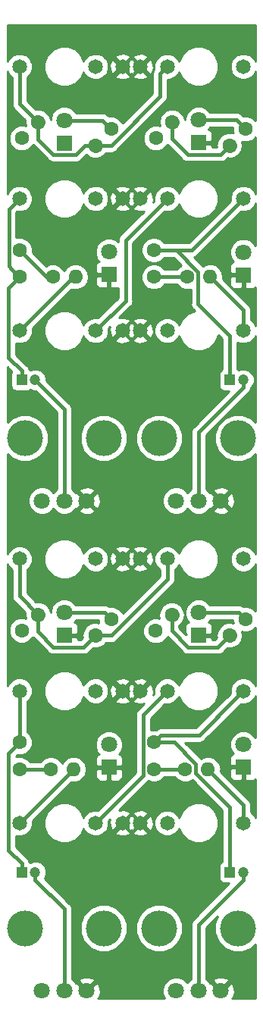
<source format=gtl>
G04 #@! TF.GenerationSoftware,KiCad,Pcbnew,(5.0.0)*
G04 #@! TF.CreationDate,2018-08-12T22:02:32+02:00*
G04 #@! TF.ProjectId,twobytwotone,74776F627974776F746F6E652E6B6963,rev?*
G04 #@! TF.SameCoordinates,Original*
G04 #@! TF.FileFunction,Copper,L1,Top,Signal*
G04 #@! TF.FilePolarity,Positive*
%FSLAX46Y46*%
G04 Gerber Fmt 4.6, Leading zero omitted, Abs format (unit mm)*
G04 Created by KiCad (PCBNEW (5.0.0)) date 08/12/18 22:02:32*
%MOMM*%
%LPD*%
G01*
G04 APERTURE LIST*
G04 #@! TA.AperFunction,ComponentPad*
%ADD10C,1.200000*%
G04 #@! TD*
G04 #@! TA.AperFunction,ComponentPad*
%ADD11R,1.200000X1.200000*%
G04 #@! TD*
G04 #@! TA.AperFunction,ComponentPad*
%ADD12C,1.800000*%
G04 #@! TD*
G04 #@! TA.AperFunction,ComponentPad*
%ADD13R,1.800000X1.800000*%
G04 #@! TD*
G04 #@! TA.AperFunction,ComponentPad*
%ADD14C,1.600000*%
G04 #@! TD*
G04 #@! TA.AperFunction,Conductor*
%ADD15C,1.600000*%
G04 #@! TD*
G04 #@! TA.AperFunction,ComponentPad*
%ADD16O,1.600000X1.600000*%
G04 #@! TD*
G04 #@! TA.AperFunction,WasherPad*
%ADD17C,4.000000*%
G04 #@! TD*
G04 #@! TA.AperFunction,ComponentPad*
%ADD18C,1.648460*%
G04 #@! TD*
G04 #@! TA.AperFunction,Conductor*
%ADD19C,0.400000*%
G04 #@! TD*
G04 #@! TA.AperFunction,Conductor*
%ADD20C,0.254000*%
G04 #@! TD*
G04 APERTURE END LIST*
D10*
G04 #@! TO.P,C1,2*
G04 #@! TO.N,Net-(C1-Pad2)*
X3750000Y-40250000D03*
D11*
G04 #@! TO.P,C1,1*
G04 #@! TO.N,Net-(C1-Pad1)*
X2250000Y-40250000D03*
G04 #@! TD*
G04 #@! TO.P,C3,1*
G04 #@! TO.N,Net-(C3-Pad1)*
X2250000Y-95250000D03*
D10*
G04 #@! TO.P,C3,2*
G04 #@! TO.N,Net-(C3-Pad2)*
X3750000Y-95250000D03*
G04 #@! TD*
D12*
G04 #@! TO.P,D12,2*
G04 #@! TO.N,Net-(D12-Pad2)*
X12000000Y-25960000D03*
D13*
G04 #@! TO.P,D12,1*
G04 #@! TO.N,GND*
X12000000Y-28500000D03*
G04 #@! TD*
G04 #@! TO.P,D32,1*
G04 #@! TO.N,GND*
X12000000Y-83540000D03*
D12*
G04 #@! TO.P,D32,2*
G04 #@! TO.N,Net-(D32-Pad2)*
X12000000Y-81000000D03*
G04 #@! TD*
D14*
G04 #@! TO.P,R_VAC_1,1*
G04 #@! TO.N,Net-(D11-Pad2)*
X12250000Y-12250000D03*
G04 #@! TO.P,R_VAC_1,2*
G04 #@! TO.N,Net-(J_CV_1-PadP$1_TIP)*
X10453949Y-14046051D03*
D15*
G04 #@! TD*
G04 #@! TO.N,Net-(J_CV_1-PadP$1_TIP)*
G04 #@! TO.C,R_VAC_1*
X10453949Y-14046051D02*
X10453949Y-14046051D01*
D14*
G04 #@! TO.P,R_LED_1,2*
G04 #@! TO.N,Net-(J_CV_1-PadP$1_TIP)*
X4046051Y-11453949D03*
D15*
G04 #@! TD*
G04 #@! TO.N,Net-(J_CV_1-PadP$1_TIP)*
G04 #@! TO.C,R_LED_1*
X4046051Y-11453949D02*
X4046051Y-11453949D01*
D14*
G04 #@! TO.P,R_LED_1,1*
G04 #@! TO.N,Net-(D12-Pad2)*
X2250000Y-13250000D03*
G04 #@! TD*
G04 #@! TO.P,R_VAC_3,1*
G04 #@! TO.N,Net-(D31-Pad2)*
X12250000Y-67000000D03*
G04 #@! TO.P,R_VAC_3,2*
G04 #@! TO.N,Net-(J_CV_3-PadP$1_TIP)*
X10453949Y-68796051D03*
D15*
G04 #@! TD*
G04 #@! TO.N,Net-(J_CV_3-PadP$1_TIP)*
G04 #@! TO.C,R_VAC_3*
X10453949Y-68796051D02*
X10453949Y-68796051D01*
D14*
G04 #@! TO.P,R_LED_3,2*
G04 #@! TO.N,Net-(J_CV_3-PadP$1_TIP)*
X4046051Y-66453949D03*
D15*
G04 #@! TD*
G04 #@! TO.N,Net-(J_CV_3-PadP$1_TIP)*
G04 #@! TO.C,R_LED_3*
X4046051Y-66453949D02*
X4046051Y-66453949D01*
D14*
G04 #@! TO.P,R_LED_3,1*
G04 #@! TO.N,Net-(D32-Pad2)*
X2250000Y-68250000D03*
G04 #@! TD*
G04 #@! TO.P,VAC-PHOTO1,2*
G04 #@! TO.N,Net-(R_OUT_1-Pad1)*
X2000000Y-25750000D03*
G04 #@! TO.P,VAC-PHOTO1,1*
G04 #@! TO.N,Net-(C1-Pad1)*
X2000000Y-28750000D03*
G04 #@! TD*
G04 #@! TO.P,VAC-PHOTO3,1*
G04 #@! TO.N,Net-(R_OUT_3-Pad1)*
X2000000Y-83750000D03*
G04 #@! TO.P,VAC-PHOTO3,2*
G04 #@! TO.N,Net-(C3-Pad1)*
X2000000Y-80750000D03*
G04 #@! TD*
D11*
G04 #@! TO.P,C2,1*
G04 #@! TO.N,Net-(C2-Pad1)*
X25500000Y-40250000D03*
D10*
G04 #@! TO.P,C2,2*
G04 #@! TO.N,Net-(C2-Pad2)*
X27000000Y-40250000D03*
G04 #@! TD*
G04 #@! TO.P,C4,2*
G04 #@! TO.N,Net-(C4-Pad2)*
X27000000Y-95250000D03*
D11*
G04 #@! TO.P,C4,1*
G04 #@! TO.N,Net-(C4-Pad1)*
X25500000Y-95250000D03*
G04 #@! TD*
D12*
G04 #@! TO.P,D11,2*
G04 #@! TO.N,Net-(D11-Pad2)*
X7000000Y-11250000D03*
D13*
G04 #@! TO.P,D11,1*
G04 #@! TO.N,GND*
X7000000Y-13790000D03*
G04 #@! TD*
G04 #@! TO.P,D21,1*
G04 #@! TO.N,GND*
X22000000Y-13750000D03*
D12*
G04 #@! TO.P,D21,2*
G04 #@! TO.N,Net-(D21-Pad2)*
X22000000Y-11210000D03*
G04 #@! TD*
D13*
G04 #@! TO.P,D22,1*
G04 #@! TO.N,GND*
X27000000Y-28540000D03*
D12*
G04 #@! TO.P,D22,2*
G04 #@! TO.N,Net-(D22-Pad2)*
X27000000Y-26000000D03*
G04 #@! TD*
G04 #@! TO.P,D31,2*
G04 #@! TO.N,Net-(D31-Pad2)*
X7000000Y-66250000D03*
D13*
G04 #@! TO.P,D31,1*
G04 #@! TO.N,GND*
X7000000Y-68790000D03*
G04 #@! TD*
G04 #@! TO.P,D41,1*
G04 #@! TO.N,GND*
X22000000Y-68790000D03*
D12*
G04 #@! TO.P,D41,2*
G04 #@! TO.N,Net-(D41-Pad2)*
X22000000Y-66250000D03*
G04 #@! TD*
G04 #@! TO.P,D42,2*
G04 #@! TO.N,Net-(D42-Pad2)*
X27000000Y-80960000D03*
D13*
G04 #@! TO.P,D42,1*
G04 #@! TO.N,GND*
X27000000Y-83500000D03*
G04 #@! TD*
D14*
G04 #@! TO.P,R_LED_2,2*
G04 #@! TO.N,Net-(J_CV_2-PadP$1_TIP)*
X19046051Y-11453949D03*
D15*
G04 #@! TD*
G04 #@! TO.N,Net-(J_CV_2-PadP$1_TIP)*
G04 #@! TO.C,R_LED_2*
X19046051Y-11453949D02*
X19046051Y-11453949D01*
D14*
G04 #@! TO.P,R_LED_2,1*
G04 #@! TO.N,Net-(D22-Pad2)*
X17250000Y-13250000D03*
G04 #@! TD*
G04 #@! TO.P,R_LED_4,2*
G04 #@! TO.N,Net-(J_CV_4-PadP$1_TIP)*
X19000000Y-66500000D03*
D15*
G04 #@! TD*
G04 #@! TO.N,Net-(J_CV_4-PadP$1_TIP)*
G04 #@! TO.C,R_LED_4*
X19000000Y-66500000D02*
X19000000Y-66500000D01*
D14*
G04 #@! TO.P,R_LED_4,1*
G04 #@! TO.N,Net-(D42-Pad2)*
X17203949Y-68296051D03*
G04 #@! TD*
D16*
G04 #@! TO.P,R_OUT_1,2*
G04 #@! TO.N,Net-(J_OUT_1-PadP$1_TIP)*
X8250000Y-28750000D03*
D14*
G04 #@! TO.P,R_OUT_1,1*
G04 #@! TO.N,Net-(R_OUT_1-Pad1)*
X5710000Y-28750000D03*
G04 #@! TD*
G04 #@! TO.P,R_OUT_2,1*
G04 #@! TO.N,Net-(R_OUT_2-Pad1)*
X20750000Y-28750000D03*
D16*
G04 #@! TO.P,R_OUT_2,2*
G04 #@! TO.N,Net-(J_OUT_2-PadP$1_TIP)*
X23290000Y-28750000D03*
G04 #@! TD*
D14*
G04 #@! TO.P,R_OUT_3,1*
G04 #@! TO.N,Net-(R_OUT_3-Pad1)*
X5500000Y-83750000D03*
D16*
G04 #@! TO.P,R_OUT_3,2*
G04 #@! TO.N,Net-(J_OUT_3-PadP$1_TIP)*
X8040000Y-83750000D03*
G04 #@! TD*
G04 #@! TO.P,R_OUT_4,2*
G04 #@! TO.N,Net-(J_OUT_4-PadP$1_TIP)*
X23040000Y-83750000D03*
D14*
G04 #@! TO.P,R_OUT_4,1*
G04 #@! TO.N,Net-(R_OUT_4-Pad1)*
X20500000Y-83750000D03*
G04 #@! TD*
G04 #@! TO.P,R_VAC_2,1*
G04 #@! TO.N,Net-(D21-Pad2)*
X27250000Y-12250000D03*
G04 #@! TO.P,R_VAC_2,2*
G04 #@! TO.N,Net-(J_CV_2-PadP$1_TIP)*
X25453949Y-14046051D03*
D15*
G04 #@! TD*
G04 #@! TO.N,Net-(J_CV_2-PadP$1_TIP)*
G04 #@! TO.C,R_VAC_2*
X25453949Y-14046051D02*
X25453949Y-14046051D01*
D14*
G04 #@! TO.P,R_VAC_4,1*
G04 #@! TO.N,Net-(D41-Pad2)*
X27250000Y-67000000D03*
G04 #@! TO.P,R_VAC_4,2*
G04 #@! TO.N,Net-(J_CV_4-PadP$1_TIP)*
X25453949Y-68796051D03*
D15*
G04 #@! TD*
G04 #@! TO.N,Net-(J_CV_4-PadP$1_TIP)*
G04 #@! TO.C,R_VAC_4*
X25453949Y-68796051D02*
X25453949Y-68796051D01*
D17*
G04 #@! TO.P,RV1,0*
G04 #@! TO.N,*
X11400000Y-46750000D03*
X2600000Y-46750000D03*
D12*
G04 #@! TO.P,RV1,1*
G04 #@! TO.N,GND*
X9500000Y-53750000D03*
G04 #@! TO.P,RV1,2*
G04 #@! TO.N,Net-(C1-Pad2)*
X7000000Y-53750000D03*
G04 #@! TO.P,RV1,3*
G04 #@! TO.N,N/C*
X4500000Y-53750000D03*
G04 #@! TD*
G04 #@! TO.P,RV2,3*
G04 #@! TO.N,N/C*
X19500000Y-53750000D03*
G04 #@! TO.P,RV2,2*
G04 #@! TO.N,Net-(C2-Pad2)*
X22000000Y-53750000D03*
G04 #@! TO.P,RV2,1*
G04 #@! TO.N,GND*
X24500000Y-53750000D03*
D17*
G04 #@! TO.P,RV2,0*
G04 #@! TO.N,*
X17600000Y-46750000D03*
X26400000Y-46750000D03*
G04 #@! TD*
G04 #@! TO.P,RV3,0*
G04 #@! TO.N,*
X11400000Y-101500000D03*
X2600000Y-101500000D03*
D12*
G04 #@! TO.P,RV3,1*
G04 #@! TO.N,GND*
X9500000Y-108500000D03*
G04 #@! TO.P,RV3,2*
G04 #@! TO.N,Net-(C3-Pad2)*
X7000000Y-108500000D03*
G04 #@! TO.P,RV3,3*
G04 #@! TO.N,N/C*
X4500000Y-108500000D03*
G04 #@! TD*
G04 #@! TO.P,RV4,3*
G04 #@! TO.N,N/C*
X19500000Y-108500000D03*
G04 #@! TO.P,RV4,2*
G04 #@! TO.N,Net-(C4-Pad2)*
X22000000Y-108500000D03*
G04 #@! TO.P,RV4,1*
G04 #@! TO.N,GND*
X24500000Y-108500000D03*
D17*
G04 #@! TO.P,RV4,0*
G04 #@! TO.N,*
X17600000Y-101500000D03*
X26400000Y-101500000D03*
G04 #@! TD*
D14*
G04 #@! TO.P,VAC-PHOTO2,1*
G04 #@! TO.N,Net-(R_OUT_2-Pad1)*
X17000000Y-28750000D03*
G04 #@! TO.P,VAC-PHOTO2,2*
G04 #@! TO.N,Net-(C2-Pad1)*
X17000000Y-25750000D03*
G04 #@! TD*
G04 #@! TO.P,VAC-PHOTO4,2*
G04 #@! TO.N,Net-(C4-Pad1)*
X17000000Y-80750000D03*
G04 #@! TO.P,VAC-PHOTO4,1*
G04 #@! TO.N,Net-(R_OUT_4-Pad1)*
X17000000Y-83750000D03*
G04 #@! TD*
D18*
G04 #@! TO.P,J_CV_1,P$3_SLEEVE*
G04 #@! TO.N,GND*
X13499860Y-5250000D03*
G04 #@! TO.P,J_CV_1,P$2_SWITCH*
G04 #@! TO.N,N/C*
X10497580Y-5250000D03*
G04 #@! TO.P,J_CV_1,P$1_TIP*
G04 #@! TO.N,Net-(J_CV_1-PadP$1_TIP)*
X2001280Y-5250000D03*
G04 #@! TD*
G04 #@! TO.P,J_CV_2,P$3_SLEEVE*
G04 #@! TO.N,GND*
X15500140Y-5250000D03*
G04 #@! TO.P,J_CV_2,P$2_SWITCH*
G04 #@! TO.N,Net-(J_CV_1-PadP$1_TIP)*
X18502420Y-5250000D03*
G04 #@! TO.P,J_CV_2,P$1_TIP*
G04 #@! TO.N,Net-(J_CV_2-PadP$1_TIP)*
X26998720Y-5250000D03*
G04 #@! TD*
G04 #@! TO.P,J_CV_3,P$3_SLEEVE*
G04 #@! TO.N,GND*
X13499860Y-60250000D03*
G04 #@! TO.P,J_CV_3,P$2_SWITCH*
G04 #@! TO.N,N/C*
X10497580Y-60250000D03*
G04 #@! TO.P,J_CV_3,P$1_TIP*
G04 #@! TO.N,Net-(J_CV_3-PadP$1_TIP)*
X2001280Y-60250000D03*
G04 #@! TD*
G04 #@! TO.P,J_CV_4,P$1_TIP*
G04 #@! TO.N,Net-(J_CV_4-PadP$1_TIP)*
X26998720Y-60250000D03*
G04 #@! TO.P,J_CV_4,P$2_SWITCH*
G04 #@! TO.N,Net-(J_CV_3-PadP$1_TIP)*
X18502420Y-60250000D03*
G04 #@! TO.P,J_CV_4,P$3_SLEEVE*
G04 #@! TO.N,GND*
X15500140Y-60250000D03*
G04 #@! TD*
G04 #@! TO.P,J_IN_1,P$1_TIP*
G04 #@! TO.N,Net-(C1-Pad1)*
X2001280Y-20000000D03*
G04 #@! TO.P,J_IN_1,P$2_SWITCH*
G04 #@! TO.N,N/C*
X10497580Y-20000000D03*
G04 #@! TO.P,J_IN_1,P$3_SLEEVE*
G04 #@! TO.N,GND*
X13499860Y-20000000D03*
G04 #@! TD*
G04 #@! TO.P,J_IN_2,P$3_SLEEVE*
G04 #@! TO.N,GND*
X15500140Y-20000000D03*
G04 #@! TO.P,J_IN_2,P$2_SWITCH*
G04 #@! TO.N,Net-(J_IN_2-PadP$2_SWITCH)*
X18502420Y-20000000D03*
G04 #@! TO.P,J_IN_2,P$1_TIP*
G04 #@! TO.N,Net-(C2-Pad1)*
X26998720Y-20000000D03*
G04 #@! TD*
G04 #@! TO.P,J_IN_3,P$1_TIP*
G04 #@! TO.N,Net-(C3-Pad1)*
X2001280Y-75000000D03*
G04 #@! TO.P,J_IN_3,P$2_SWITCH*
G04 #@! TO.N,N/C*
X10497580Y-75000000D03*
G04 #@! TO.P,J_IN_3,P$3_SLEEVE*
G04 #@! TO.N,GND*
X13499860Y-75000000D03*
G04 #@! TD*
G04 #@! TO.P,J_IN_4,P$1_TIP*
G04 #@! TO.N,Net-(C4-Pad1)*
X26998720Y-75000000D03*
G04 #@! TO.P,J_IN_4,P$2_SWITCH*
G04 #@! TO.N,Net-(J_IN_4-PadP$2_SWITCH)*
X18502420Y-75000000D03*
G04 #@! TO.P,J_IN_4,P$3_SLEEVE*
G04 #@! TO.N,GND*
X15500140Y-75000000D03*
G04 #@! TD*
G04 #@! TO.P,J_OUT_1,P$1_TIP*
G04 #@! TO.N,Net-(J_OUT_1-PadP$1_TIP)*
X2001280Y-34750000D03*
G04 #@! TO.P,J_OUT_1,P$2_SWITCH*
G04 #@! TO.N,Net-(J_IN_2-PadP$2_SWITCH)*
X10497580Y-34750000D03*
G04 #@! TO.P,J_OUT_1,P$3_SLEEVE*
G04 #@! TO.N,GND*
X13499860Y-34750000D03*
G04 #@! TD*
G04 #@! TO.P,J_OUT_2,P$1_TIP*
G04 #@! TO.N,Net-(J_OUT_2-PadP$1_TIP)*
X26998720Y-34750000D03*
G04 #@! TO.P,J_OUT_2,P$2_SWITCH*
G04 #@! TO.N,N/C*
X18502420Y-34750000D03*
G04 #@! TO.P,J_OUT_2,P$3_SLEEVE*
G04 #@! TO.N,GND*
X15500140Y-34750000D03*
G04 #@! TD*
G04 #@! TO.P,J_OUT_3,P$3_SLEEVE*
G04 #@! TO.N,GND*
X13499860Y-89750000D03*
G04 #@! TO.P,J_OUT_3,P$2_SWITCH*
G04 #@! TO.N,Net-(J_IN_4-PadP$2_SWITCH)*
X10497580Y-89750000D03*
G04 #@! TO.P,J_OUT_3,P$1_TIP*
G04 #@! TO.N,Net-(J_OUT_3-PadP$1_TIP)*
X2001280Y-89750000D03*
G04 #@! TD*
G04 #@! TO.P,J_OUT_4,P$3_SLEEVE*
G04 #@! TO.N,GND*
X15500140Y-89750000D03*
G04 #@! TO.P,J_OUT_4,P$2_SWITCH*
G04 #@! TO.N,N/C*
X18502420Y-89750000D03*
G04 #@! TO.P,J_OUT_4,P$1_TIP*
G04 #@! TO.N,Net-(J_OUT_4-PadP$1_TIP)*
X26998720Y-89750000D03*
G04 #@! TD*
D19*
G04 #@! TO.N,Net-(C1-Pad2)*
X7000000Y-43500000D02*
X7000000Y-53750000D01*
X3750000Y-40250000D02*
X7000000Y-43500000D01*
G04 #@! TO.N,Net-(C1-Pad1)*
X1200001Y-27950001D02*
X2000000Y-28750000D01*
X799999Y-27549999D02*
X1200001Y-27950001D01*
X799999Y-21201281D02*
X799999Y-27549999D01*
X2001280Y-20000000D02*
X799999Y-21201281D01*
X1200001Y-29549999D02*
X2000000Y-28750000D01*
X777049Y-29972951D02*
X1200001Y-29549999D01*
X777049Y-37777049D02*
X777049Y-29972951D01*
X2250000Y-39250000D02*
X777049Y-37777049D01*
X2250000Y-40250000D02*
X2250000Y-39250000D01*
G04 #@! TO.N,Net-(C2-Pad1)*
X21248720Y-25750000D02*
X17000000Y-25750000D01*
X26998720Y-20000000D02*
X21248720Y-25750000D01*
X21950001Y-31739999D02*
X25500000Y-35289998D01*
X21950001Y-28173999D02*
X21950001Y-31739999D01*
X19526002Y-25750000D02*
X21950001Y-28173999D01*
X17000000Y-25750000D02*
X19526002Y-25750000D01*
X25500000Y-35289998D02*
X25500000Y-40250000D01*
G04 #@! TO.N,Net-(C2-Pad2)*
X22000000Y-52477208D02*
X22000000Y-53750000D01*
X22000000Y-46098528D02*
X22000000Y-52477208D01*
X27000000Y-41098528D02*
X22000000Y-46098528D01*
X27000000Y-40250000D02*
X27000000Y-41098528D01*
G04 #@! TO.N,Net-(C3-Pad1)*
X2001280Y-80748720D02*
X2000000Y-80750000D01*
X2001280Y-75000000D02*
X2001280Y-80748720D01*
X1200001Y-81549999D02*
X2000000Y-80750000D01*
X777049Y-81972951D02*
X1200001Y-81549999D01*
X777049Y-92777049D02*
X777049Y-81972951D01*
X2250000Y-94250000D02*
X777049Y-92777049D01*
X2250000Y-95250000D02*
X2250000Y-94250000D01*
G04 #@! TO.N,Net-(C3-Pad2)*
X7000000Y-107227208D02*
X7000000Y-108500000D01*
X7000000Y-99348528D02*
X7000000Y-107227208D01*
X3750000Y-96098528D02*
X7000000Y-99348528D01*
X3750000Y-95250000D02*
X3750000Y-96098528D01*
G04 #@! TO.N,Net-(C4-Pad2)*
X22000000Y-107227208D02*
X22000000Y-108500000D01*
X22000000Y-101098528D02*
X22000000Y-107227208D01*
X27000000Y-96098528D02*
X22000000Y-101098528D01*
X27000000Y-95250000D02*
X27000000Y-96098528D01*
G04 #@! TO.N,Net-(C4-Pad1)*
X26174491Y-75824229D02*
X26998720Y-75000000D01*
X22048719Y-79950001D02*
X26174491Y-75824229D01*
X17799999Y-79950001D02*
X22048719Y-79950001D01*
X17000000Y-80750000D02*
X17799999Y-79950001D01*
X18131370Y-80750000D02*
X17000000Y-80750000D01*
X19276002Y-80750000D02*
X18131370Y-80750000D01*
X21700001Y-83173999D02*
X19276002Y-80750000D01*
X21700001Y-84186003D02*
X21700001Y-83173999D01*
X25500000Y-87986002D02*
X21700001Y-84186003D01*
X25500000Y-95250000D02*
X25500000Y-87986002D01*
G04 #@! TO.N,Net-(D11-Pad2)*
X11250000Y-11250000D02*
X12250000Y-12250000D01*
X7000000Y-11250000D02*
X11250000Y-11250000D01*
G04 #@! TO.N,Net-(D21-Pad2)*
X26210000Y-11210000D02*
X27250000Y-12250000D01*
X22000000Y-11210000D02*
X26210000Y-11210000D01*
G04 #@! TO.N,Net-(D31-Pad2)*
X11500000Y-66250000D02*
X12250000Y-67000000D01*
X7000000Y-66250000D02*
X11500000Y-66250000D01*
G04 #@! TO.N,Net-(D41-Pad2)*
X26500000Y-66250000D02*
X27250000Y-67000000D01*
X22000000Y-66250000D02*
X26500000Y-66250000D01*
G04 #@! TO.N,Net-(J_CV_1-PadP$1_TIP)*
X2001280Y-9409178D02*
X4046051Y-11453949D01*
X2001280Y-5250000D02*
X2001280Y-9409178D01*
X11585319Y-14046051D02*
X10453949Y-14046051D01*
X12229951Y-14046051D02*
X11585319Y-14046051D01*
X17678191Y-8597811D02*
X12229951Y-14046051D01*
X17678191Y-6074229D02*
X17678191Y-8597811D01*
X18502420Y-5250000D02*
X17678191Y-6074229D01*
X4046051Y-12585319D02*
X4046051Y-11453949D01*
X4046051Y-13356053D02*
X4046051Y-12585319D01*
X5779999Y-15090001D02*
X4046051Y-13356053D01*
X8278629Y-15090001D02*
X5779999Y-15090001D01*
X9322579Y-14046051D02*
X8278629Y-15090001D01*
X10453949Y-14046051D02*
X9322579Y-14046051D01*
G04 #@! TO.N,Net-(J_CV_2-PadP$1_TIP)*
X19046051Y-12585319D02*
X19046051Y-11453949D01*
X19046051Y-13316053D02*
X19046051Y-12585319D01*
X20779999Y-15050001D02*
X19046051Y-13316053D01*
X24449999Y-15050001D02*
X20779999Y-15050001D01*
X25453949Y-14046051D02*
X24449999Y-15050001D01*
G04 #@! TO.N,Net-(J_CV_3-PadP$1_TIP)*
X2001280Y-64409178D02*
X4046051Y-66453949D01*
X2001280Y-60250000D02*
X2001280Y-64409178D01*
X18502420Y-61415637D02*
X18502420Y-60250000D01*
X18502420Y-62523582D02*
X18502420Y-61415637D01*
X12229951Y-68796051D02*
X18502420Y-62523582D01*
X10453949Y-68796051D02*
X12229951Y-68796051D01*
X4046051Y-67585319D02*
X4046051Y-66453949D01*
X4046051Y-68356053D02*
X4046051Y-67585319D01*
X5779999Y-70090001D02*
X4046051Y-68356053D01*
X9159999Y-70090001D02*
X5779999Y-70090001D01*
X10453949Y-68796051D02*
X9159999Y-70090001D01*
G04 #@! TO.N,Net-(J_CV_4-PadP$1_TIP)*
X24653950Y-69596050D02*
X25453949Y-68796051D01*
X24159999Y-70090001D02*
X24653950Y-69596050D01*
X20840001Y-70090001D02*
X24159999Y-70090001D01*
X19000000Y-68250000D02*
X20840001Y-70090001D01*
X19000000Y-66500000D02*
X19000000Y-68250000D01*
G04 #@! TO.N,Net-(R_OUT_1-Pad1)*
X5000000Y-28750000D02*
X5710000Y-28750000D01*
X2000000Y-25750000D02*
X5000000Y-28750000D01*
G04 #@! TO.N,Net-(R_OUT_2-Pad1)*
X20750000Y-28750000D02*
X17000000Y-28750000D01*
G04 #@! TO.N,Net-(R_OUT_3-Pad1)*
X2000000Y-83750000D02*
X5500000Y-83750000D01*
G04 #@! TO.N,Net-(R_OUT_4-Pad1)*
X20500000Y-83750000D02*
X17000000Y-83750000D01*
G04 #@! TO.N,Net-(J_IN_2-PadP$2_SWITCH)*
X17678191Y-20824229D02*
X18502420Y-20000000D01*
X13840001Y-24662419D02*
X17678191Y-20824229D01*
X13840001Y-31407579D02*
X13840001Y-24662419D01*
X10497580Y-34750000D02*
X13840001Y-31407579D01*
G04 #@! TO.N,Net-(J_IN_4-PadP$2_SWITCH)*
X17678191Y-75824229D02*
X18502420Y-75000000D01*
X15799999Y-77702421D02*
X17678191Y-75824229D01*
X15799999Y-84447581D02*
X15799999Y-77702421D01*
X10497580Y-89750000D02*
X15799999Y-84447581D01*
G04 #@! TO.N,Net-(J_OUT_1-PadP$1_TIP)*
X8001280Y-28750000D02*
X8250000Y-28750000D01*
X2001280Y-34750000D02*
X8001280Y-28750000D01*
G04 #@! TO.N,Net-(J_OUT_2-PadP$1_TIP)*
X26998720Y-32458720D02*
X23290000Y-28750000D01*
X26998720Y-34750000D02*
X26998720Y-32458720D01*
G04 #@! TO.N,Net-(J_OUT_3-PadP$1_TIP)*
X8001280Y-83750000D02*
X8040000Y-83750000D01*
X2001280Y-89750000D02*
X8001280Y-83750000D01*
G04 #@! TO.N,Net-(J_OUT_4-PadP$1_TIP)*
X26998720Y-87708720D02*
X26998720Y-89750000D01*
X23040000Y-83750000D02*
X26998720Y-87708720D01*
G04 #@! TD*
D20*
G04 #@! TO.N,GND*
G36*
X23765000Y-100975866D02*
X23765000Y-102024134D01*
X24166155Y-102992608D01*
X24907392Y-103733845D01*
X25875866Y-104135000D01*
X26924134Y-104135000D01*
X27892608Y-103733845D01*
X28352501Y-103273952D01*
X28352501Y-109352500D01*
X25722801Y-109352500D01*
X25836643Y-109314148D01*
X26046458Y-108740664D01*
X26020839Y-108130540D01*
X25836643Y-107685852D01*
X25580159Y-107599446D01*
X24679605Y-108500000D01*
X24693748Y-108514143D01*
X24514143Y-108693748D01*
X24500000Y-108679605D01*
X24485858Y-108693748D01*
X24306253Y-108514143D01*
X24320395Y-108500000D01*
X23419841Y-107599446D01*
X23304539Y-107638290D01*
X23301310Y-107630493D01*
X23090658Y-107419841D01*
X23599446Y-107419841D01*
X24500000Y-108320395D01*
X25400554Y-107419841D01*
X25314148Y-107163357D01*
X24740664Y-106953542D01*
X24130540Y-106979161D01*
X23685852Y-107163357D01*
X23599446Y-107419841D01*
X23090658Y-107419841D01*
X22869507Y-107198690D01*
X22835000Y-107184397D01*
X22835000Y-101444395D01*
X24091309Y-100188086D01*
X23765000Y-100975866D01*
X23765000Y-100975866D01*
G37*
X23765000Y-100975866D02*
X23765000Y-102024134D01*
X24166155Y-102992608D01*
X24907392Y-103733845D01*
X25875866Y-104135000D01*
X26924134Y-104135000D01*
X27892608Y-103733845D01*
X28352501Y-103273952D01*
X28352501Y-109352500D01*
X25722801Y-109352500D01*
X25836643Y-109314148D01*
X26046458Y-108740664D01*
X26020839Y-108130540D01*
X25836643Y-107685852D01*
X25580159Y-107599446D01*
X24679605Y-108500000D01*
X24693748Y-108514143D01*
X24514143Y-108693748D01*
X24500000Y-108679605D01*
X24485858Y-108693748D01*
X24306253Y-108514143D01*
X24320395Y-108500000D01*
X23419841Y-107599446D01*
X23304539Y-107638290D01*
X23301310Y-107630493D01*
X23090658Y-107419841D01*
X23599446Y-107419841D01*
X24500000Y-108320395D01*
X25400554Y-107419841D01*
X25314148Y-107163357D01*
X24740664Y-106953542D01*
X24130540Y-106979161D01*
X23685852Y-107163357D01*
X23599446Y-107419841D01*
X23090658Y-107419841D01*
X22869507Y-107198690D01*
X22835000Y-107184397D01*
X22835000Y-101444395D01*
X24091309Y-100188086D01*
X23765000Y-100975866D01*
G36*
X28352500Y-4705163D02*
X28235795Y-4423413D01*
X27825307Y-4012925D01*
X27288979Y-3790770D01*
X26708461Y-3790770D01*
X26172133Y-4012925D01*
X25761645Y-4423413D01*
X25539490Y-4959741D01*
X25539490Y-5540259D01*
X25761645Y-6076587D01*
X26172133Y-6487075D01*
X26708461Y-6709230D01*
X27288979Y-6709230D01*
X27825307Y-6487075D01*
X28235795Y-6076587D01*
X28352500Y-5794837D01*
X28352500Y-11323104D01*
X28062862Y-11033466D01*
X27535439Y-10815000D01*
X26995867Y-10815000D01*
X26858587Y-10677720D01*
X26812001Y-10607999D01*
X26535801Y-10423448D01*
X26292237Y-10375000D01*
X26292233Y-10375000D01*
X26210000Y-10358643D01*
X26127767Y-10375000D01*
X23315603Y-10375000D01*
X23301310Y-10340493D01*
X22869507Y-9908690D01*
X22305330Y-9675000D01*
X21694670Y-9675000D01*
X21130493Y-9908690D01*
X20698690Y-10340493D01*
X20465000Y-10904670D01*
X20465000Y-11231922D01*
X20397791Y-10894040D01*
X20080628Y-10419372D01*
X19605960Y-10102209D01*
X19187384Y-10018949D01*
X18904718Y-10018949D01*
X18486142Y-10102209D01*
X18011474Y-10419372D01*
X17694311Y-10894040D01*
X17582938Y-11453949D01*
X17665469Y-11868860D01*
X17535439Y-11815000D01*
X16964561Y-11815000D01*
X16437138Y-12033466D01*
X16033466Y-12437138D01*
X15815000Y-12964561D01*
X15815000Y-13535439D01*
X16033466Y-14062862D01*
X16437138Y-14466534D01*
X16964561Y-14685000D01*
X17535439Y-14685000D01*
X18062862Y-14466534D01*
X18466534Y-14062862D01*
X18508639Y-13961211D01*
X18513771Y-13964640D01*
X20131414Y-15582284D01*
X20177998Y-15652002D01*
X20454198Y-15836553D01*
X20697762Y-15885001D01*
X20779999Y-15901359D01*
X20862236Y-15885001D01*
X24367766Y-15885001D01*
X24449999Y-15901358D01*
X24532232Y-15885001D01*
X24532236Y-15885001D01*
X24775800Y-15836553D01*
X25052000Y-15652002D01*
X25098586Y-15582281D01*
X25218531Y-15462336D01*
X25312616Y-15481051D01*
X25595282Y-15481051D01*
X26013858Y-15397791D01*
X26488526Y-15080628D01*
X26805689Y-14605960D01*
X26917062Y-14046051D01*
X26834531Y-13631140D01*
X26964561Y-13685000D01*
X27535439Y-13685000D01*
X28062862Y-13466534D01*
X28352500Y-13176896D01*
X28352500Y-19455163D01*
X28235795Y-19173413D01*
X27825307Y-18762925D01*
X27288979Y-18540770D01*
X26708461Y-18540770D01*
X26172133Y-18762925D01*
X25761645Y-19173413D01*
X25539490Y-19709741D01*
X25539490Y-20278362D01*
X20902853Y-24915000D01*
X19608235Y-24915000D01*
X19526002Y-24898643D01*
X19443769Y-24915000D01*
X18194396Y-24915000D01*
X17812862Y-24533466D01*
X17285439Y-24315000D01*
X16714561Y-24315000D01*
X16187138Y-24533466D01*
X15783466Y-24937138D01*
X15565000Y-25464561D01*
X15565000Y-26035439D01*
X15783466Y-26562862D01*
X16187138Y-26966534D01*
X16714561Y-27185000D01*
X17285439Y-27185000D01*
X17812862Y-26966534D01*
X18194396Y-26585000D01*
X19180135Y-26585000D01*
X20072522Y-27477388D01*
X19937138Y-27533466D01*
X19555604Y-27915000D01*
X18194396Y-27915000D01*
X17812862Y-27533466D01*
X17285439Y-27315000D01*
X16714561Y-27315000D01*
X16187138Y-27533466D01*
X15783466Y-27937138D01*
X15565000Y-28464561D01*
X15565000Y-29035439D01*
X15783466Y-29562862D01*
X16187138Y-29966534D01*
X16714561Y-30185000D01*
X17285439Y-30185000D01*
X17812862Y-29966534D01*
X18194396Y-29585000D01*
X19555604Y-29585000D01*
X19937138Y-29966534D01*
X20464561Y-30185000D01*
X21035439Y-30185000D01*
X21115002Y-30152044D01*
X21115002Y-31657761D01*
X21098644Y-31739999D01*
X21163449Y-32065799D01*
X21163450Y-32065800D01*
X21348001Y-32342000D01*
X21417719Y-32388584D01*
X21547443Y-32518309D01*
X20733974Y-32855259D01*
X20105259Y-33483974D01*
X19831366Y-34145209D01*
X19739495Y-33923413D01*
X19329007Y-33512925D01*
X18792679Y-33290770D01*
X18212161Y-33290770D01*
X17675833Y-33512925D01*
X17265345Y-33923413D01*
X17043190Y-34459741D01*
X17043190Y-35040259D01*
X17265345Y-35576587D01*
X17675833Y-35987075D01*
X18212161Y-36209230D01*
X18792679Y-36209230D01*
X19329007Y-35987075D01*
X19739495Y-35576587D01*
X19831366Y-35354791D01*
X20105259Y-36016026D01*
X20733974Y-36644741D01*
X21555431Y-36985000D01*
X22444569Y-36985000D01*
X23266026Y-36644741D01*
X23894741Y-36016026D01*
X24231691Y-35202557D01*
X24665000Y-35635866D01*
X24665001Y-39049304D01*
X24652235Y-39051843D01*
X24442191Y-39192191D01*
X24301843Y-39402235D01*
X24252560Y-39650000D01*
X24252560Y-40850000D01*
X24301843Y-41097765D01*
X24442191Y-41307809D01*
X24652235Y-41448157D01*
X24900000Y-41497440D01*
X25420220Y-41497440D01*
X21467720Y-45449941D01*
X21397999Y-45496527D01*
X21213448Y-45772728D01*
X21165000Y-46016292D01*
X21165000Y-46016295D01*
X21148643Y-46098528D01*
X21165000Y-46180761D01*
X21165001Y-52394967D01*
X21165000Y-52394972D01*
X21165000Y-52434397D01*
X21130493Y-52448690D01*
X20750000Y-52829183D01*
X20369507Y-52448690D01*
X19805330Y-52215000D01*
X19194670Y-52215000D01*
X18630493Y-52448690D01*
X18198690Y-52880493D01*
X17965000Y-53444670D01*
X17965000Y-54055330D01*
X18198690Y-54619507D01*
X18630493Y-55051310D01*
X19194670Y-55285000D01*
X19805330Y-55285000D01*
X20369507Y-55051310D01*
X20750000Y-54670817D01*
X21130493Y-55051310D01*
X21694670Y-55285000D01*
X22305330Y-55285000D01*
X22869507Y-55051310D01*
X23090658Y-54830159D01*
X23599446Y-54830159D01*
X23685852Y-55086643D01*
X24259336Y-55296458D01*
X24869460Y-55270839D01*
X25314148Y-55086643D01*
X25400554Y-54830159D01*
X24500000Y-53929605D01*
X23599446Y-54830159D01*
X23090658Y-54830159D01*
X23301310Y-54619507D01*
X23304539Y-54611710D01*
X23419841Y-54650554D01*
X24320395Y-53750000D01*
X24679605Y-53750000D01*
X25580159Y-54650554D01*
X25836643Y-54564148D01*
X26046458Y-53990664D01*
X26020839Y-53380540D01*
X25836643Y-52935852D01*
X25580159Y-52849446D01*
X24679605Y-53750000D01*
X24320395Y-53750000D01*
X23419841Y-52849446D01*
X23304539Y-52888290D01*
X23301310Y-52880493D01*
X23090658Y-52669841D01*
X23599446Y-52669841D01*
X24500000Y-53570395D01*
X25400554Y-52669841D01*
X25314148Y-52413357D01*
X24740664Y-52203542D01*
X24130540Y-52229161D01*
X23685852Y-52413357D01*
X23599446Y-52669841D01*
X23090658Y-52669841D01*
X22869507Y-52448690D01*
X22835000Y-52434397D01*
X22835000Y-46444395D01*
X27532283Y-41747113D01*
X27602001Y-41700529D01*
X27786552Y-41424329D01*
X27835000Y-41180765D01*
X27839770Y-41156783D01*
X28046982Y-40949571D01*
X28235000Y-40495657D01*
X28235000Y-40004343D01*
X28046982Y-39550429D01*
X27699571Y-39203018D01*
X27245657Y-39015000D01*
X26754343Y-39015000D01*
X26469317Y-39133062D01*
X26347765Y-39051843D01*
X26335000Y-39049304D01*
X26335000Y-36054537D01*
X26708461Y-36209230D01*
X27288979Y-36209230D01*
X27825307Y-35987075D01*
X28235795Y-35576587D01*
X28352500Y-35294836D01*
X28352500Y-44976047D01*
X27892608Y-44516155D01*
X26924134Y-44115000D01*
X25875866Y-44115000D01*
X24907392Y-44516155D01*
X24166155Y-45257392D01*
X23765000Y-46225866D01*
X23765000Y-47274134D01*
X24166155Y-48242608D01*
X24907392Y-48983845D01*
X25875866Y-49385000D01*
X26924134Y-49385000D01*
X27892608Y-48983845D01*
X28352500Y-48523953D01*
X28352501Y-59705163D01*
X28235795Y-59423413D01*
X27825307Y-59012925D01*
X27288979Y-58790770D01*
X26708461Y-58790770D01*
X26172133Y-59012925D01*
X25761645Y-59423413D01*
X25539490Y-59959741D01*
X25539490Y-60540259D01*
X25761645Y-61076587D01*
X26172133Y-61487075D01*
X26708461Y-61709230D01*
X27288979Y-61709230D01*
X27825307Y-61487075D01*
X28235795Y-61076587D01*
X28352501Y-60794837D01*
X28352501Y-66073105D01*
X28062862Y-65783466D01*
X27535439Y-65565000D01*
X26977784Y-65565000D01*
X26825801Y-65463448D01*
X26582237Y-65415000D01*
X26582233Y-65415000D01*
X26500000Y-65398643D01*
X26417767Y-65415000D01*
X23315603Y-65415000D01*
X23301310Y-65380493D01*
X22869507Y-64948690D01*
X22305330Y-64715000D01*
X21694670Y-64715000D01*
X21130493Y-64948690D01*
X20698690Y-65380493D01*
X20465000Y-65944670D01*
X20465000Y-66555330D01*
X20698690Y-67119507D01*
X20875044Y-67295861D01*
X20740301Y-67351673D01*
X20561673Y-67530302D01*
X20465000Y-67763691D01*
X20465000Y-68504250D01*
X20623748Y-68662998D01*
X20593866Y-68662998D01*
X19835000Y-67904133D01*
X19835000Y-67667930D01*
X20034577Y-67534577D01*
X20351740Y-67059909D01*
X20463113Y-66500000D01*
X20351740Y-65940091D01*
X20034577Y-65465423D01*
X19559909Y-65148260D01*
X19141333Y-65065000D01*
X18858667Y-65065000D01*
X18440091Y-65148260D01*
X17965423Y-65465423D01*
X17648260Y-65940091D01*
X17536887Y-66500000D01*
X17619418Y-66914911D01*
X17489388Y-66861051D01*
X16918510Y-66861051D01*
X16391087Y-67079517D01*
X15987415Y-67483189D01*
X15768949Y-68010612D01*
X15768949Y-68581490D01*
X15987415Y-69108913D01*
X16391087Y-69512585D01*
X16918510Y-69731051D01*
X17489388Y-69731051D01*
X18016811Y-69512585D01*
X18420483Y-69108913D01*
X18495921Y-68926789D01*
X20191417Y-70622286D01*
X20238000Y-70692002D01*
X20514200Y-70876553D01*
X20757764Y-70925001D01*
X20757767Y-70925001D01*
X20840000Y-70941358D01*
X20922233Y-70925001D01*
X24077766Y-70925001D01*
X24159999Y-70941358D01*
X24242232Y-70925001D01*
X24242236Y-70925001D01*
X24485800Y-70876553D01*
X24762000Y-70692002D01*
X24808586Y-70622281D01*
X25218531Y-70212336D01*
X25312616Y-70231051D01*
X25595282Y-70231051D01*
X26013858Y-70147791D01*
X26488526Y-69830628D01*
X26805689Y-69355960D01*
X26917062Y-68796051D01*
X26834531Y-68381140D01*
X26964561Y-68435000D01*
X27535439Y-68435000D01*
X28062862Y-68216534D01*
X28352501Y-67926895D01*
X28352501Y-74455165D01*
X28235795Y-74173413D01*
X27825307Y-73762925D01*
X27288979Y-73540770D01*
X26708461Y-73540770D01*
X26172133Y-73762925D01*
X25761645Y-74173413D01*
X25539490Y-74709741D01*
X25539490Y-75278362D01*
X21702852Y-79115001D01*
X17882231Y-79115001D01*
X17799998Y-79098644D01*
X17717765Y-79115001D01*
X17717762Y-79115001D01*
X17474198Y-79163449D01*
X17247386Y-79315000D01*
X16714561Y-79315000D01*
X16634999Y-79347956D01*
X16634999Y-78048288D01*
X18224058Y-76459230D01*
X18792679Y-76459230D01*
X19329007Y-76237075D01*
X19739495Y-75826587D01*
X19831366Y-75604791D01*
X20105259Y-76266026D01*
X20733974Y-76894741D01*
X21555431Y-77235000D01*
X22444569Y-77235000D01*
X23266026Y-76894741D01*
X23894741Y-76266026D01*
X24235000Y-75444569D01*
X24235000Y-74555431D01*
X23894741Y-73733974D01*
X23266026Y-73105259D01*
X22444569Y-72765000D01*
X21555431Y-72765000D01*
X20733974Y-73105259D01*
X20105259Y-73733974D01*
X19831366Y-74395209D01*
X19739495Y-74173413D01*
X19329007Y-73762925D01*
X18792679Y-73540770D01*
X18212161Y-73540770D01*
X17675833Y-73762925D01*
X17265345Y-74173413D01*
X17043190Y-74709741D01*
X17043190Y-75278362D01*
X16899011Y-75422541D01*
X16971217Y-75222565D01*
X16944410Y-74642666D01*
X16774066Y-74231419D01*
X16525435Y-74154310D01*
X15679745Y-75000000D01*
X15693888Y-75014143D01*
X15514283Y-75193748D01*
X15500140Y-75179605D01*
X14654450Y-76025295D01*
X14731559Y-76273926D01*
X15277575Y-76471077D01*
X15857474Y-76444270D01*
X15891289Y-76430263D01*
X15267717Y-77053836D01*
X15197999Y-77100420D01*
X15151415Y-77170138D01*
X15013447Y-77376621D01*
X14948642Y-77702421D01*
X14965000Y-77784659D01*
X14964999Y-84101713D01*
X10775943Y-88290770D01*
X10207321Y-88290770D01*
X9670993Y-88512925D01*
X9260505Y-88923413D01*
X9168634Y-89145209D01*
X8894741Y-88483974D01*
X8266026Y-87855259D01*
X7444569Y-87515000D01*
X6555431Y-87515000D01*
X5733974Y-87855259D01*
X5105259Y-88483974D01*
X4765000Y-89305431D01*
X4765000Y-90194569D01*
X5105259Y-91016026D01*
X5733974Y-91644741D01*
X6555431Y-91985000D01*
X7444569Y-91985000D01*
X8266026Y-91644741D01*
X8894741Y-91016026D01*
X9168634Y-90354791D01*
X9260505Y-90576587D01*
X9670993Y-90987075D01*
X10207321Y-91209230D01*
X10787839Y-91209230D01*
X11324167Y-90987075D01*
X11535947Y-90775295D01*
X12654170Y-90775295D01*
X12731279Y-91023926D01*
X13277295Y-91221077D01*
X13857194Y-91194270D01*
X14268441Y-91023926D01*
X14345550Y-90775295D01*
X14654450Y-90775295D01*
X14731559Y-91023926D01*
X15277575Y-91221077D01*
X15857474Y-91194270D01*
X16268721Y-91023926D01*
X16345830Y-90775295D01*
X15500140Y-89929605D01*
X14654450Y-90775295D01*
X14345550Y-90775295D01*
X13499860Y-89929605D01*
X12654170Y-90775295D01*
X11535947Y-90775295D01*
X11734655Y-90576587D01*
X11956810Y-90040259D01*
X11956810Y-89471637D01*
X12100989Y-89327458D01*
X12028783Y-89527435D01*
X12055590Y-90107334D01*
X12225934Y-90518581D01*
X12474565Y-90595690D01*
X13320255Y-89750000D01*
X13679465Y-89750000D01*
X14069355Y-90139890D01*
X14226214Y-90518581D01*
X14474845Y-90595690D01*
X14500000Y-90570535D01*
X14525155Y-90595690D01*
X14773786Y-90518581D01*
X14899148Y-90171387D01*
X15320535Y-89750000D01*
X15679745Y-89750000D01*
X16525435Y-90595690D01*
X16774066Y-90518581D01*
X16971217Y-89972565D01*
X16947511Y-89459741D01*
X17043190Y-89459741D01*
X17043190Y-90040259D01*
X17265345Y-90576587D01*
X17675833Y-90987075D01*
X18212161Y-91209230D01*
X18792679Y-91209230D01*
X19329007Y-90987075D01*
X19739495Y-90576587D01*
X19831366Y-90354791D01*
X20105259Y-91016026D01*
X20733974Y-91644741D01*
X21555431Y-91985000D01*
X22444569Y-91985000D01*
X23266026Y-91644741D01*
X23894741Y-91016026D01*
X24235000Y-90194569D01*
X24235000Y-89305431D01*
X23894741Y-88483974D01*
X23266026Y-87855259D01*
X22444569Y-87515000D01*
X21555431Y-87515000D01*
X20733974Y-87855259D01*
X20105259Y-88483974D01*
X19831366Y-89145209D01*
X19739495Y-88923413D01*
X19329007Y-88512925D01*
X18792679Y-88290770D01*
X18212161Y-88290770D01*
X17675833Y-88512925D01*
X17265345Y-88923413D01*
X17043190Y-89459741D01*
X16947511Y-89459741D01*
X16944410Y-89392666D01*
X16774066Y-88981419D01*
X16525435Y-88904310D01*
X15679745Y-89750000D01*
X15320535Y-89750000D01*
X14930645Y-89360110D01*
X14773786Y-88981419D01*
X14525155Y-88904310D01*
X14500000Y-88929465D01*
X14474845Y-88904310D01*
X14226214Y-88981419D01*
X14100852Y-89328613D01*
X13679465Y-89750000D01*
X13320255Y-89750000D01*
X13306113Y-89735858D01*
X13485718Y-89556253D01*
X13499860Y-89570395D01*
X14345550Y-88724705D01*
X14654450Y-88724705D01*
X15500140Y-89570395D01*
X16345830Y-88724705D01*
X16268721Y-88476074D01*
X15722705Y-88278923D01*
X15142806Y-88305730D01*
X14731559Y-88476074D01*
X14654450Y-88724705D01*
X14345550Y-88724705D01*
X14268441Y-88476074D01*
X13722425Y-88278923D01*
X13142526Y-88305730D01*
X13108711Y-88319737D01*
X16332282Y-85096166D01*
X16396502Y-85053256D01*
X16714561Y-85185000D01*
X17285439Y-85185000D01*
X17812862Y-84966534D01*
X18194396Y-84585000D01*
X19305604Y-84585000D01*
X19687138Y-84966534D01*
X20214561Y-85185000D01*
X20785439Y-85185000D01*
X21303530Y-84970399D01*
X24665001Y-88331871D01*
X24665000Y-94049304D01*
X24652235Y-94051843D01*
X24442191Y-94192191D01*
X24301843Y-94402235D01*
X24252560Y-94650000D01*
X24252560Y-95850000D01*
X24301843Y-96097765D01*
X24442191Y-96307809D01*
X24652235Y-96448157D01*
X24900000Y-96497440D01*
X25420220Y-96497440D01*
X21467720Y-100449941D01*
X21397999Y-100496527D01*
X21213448Y-100772728D01*
X21165000Y-101016292D01*
X21165000Y-101016295D01*
X21148643Y-101098528D01*
X21165000Y-101180761D01*
X21165001Y-107144967D01*
X21165000Y-107144972D01*
X21165000Y-107184397D01*
X21130493Y-107198690D01*
X20750000Y-107579183D01*
X20369507Y-107198690D01*
X19805330Y-106965000D01*
X19194670Y-106965000D01*
X18630493Y-107198690D01*
X18198690Y-107630493D01*
X17965000Y-108194670D01*
X17965000Y-108805330D01*
X18191645Y-109352500D01*
X10722801Y-109352500D01*
X10836643Y-109314148D01*
X11046458Y-108740664D01*
X11020839Y-108130540D01*
X10836643Y-107685852D01*
X10580159Y-107599446D01*
X9679605Y-108500000D01*
X9693748Y-108514143D01*
X9514143Y-108693748D01*
X9500000Y-108679605D01*
X9485858Y-108693748D01*
X9306253Y-108514143D01*
X9320395Y-108500000D01*
X8419841Y-107599446D01*
X8304539Y-107638290D01*
X8301310Y-107630493D01*
X8090658Y-107419841D01*
X8599446Y-107419841D01*
X9500000Y-108320395D01*
X10400554Y-107419841D01*
X10314148Y-107163357D01*
X9740664Y-106953542D01*
X9130540Y-106979161D01*
X8685852Y-107163357D01*
X8599446Y-107419841D01*
X8090658Y-107419841D01*
X7869507Y-107198690D01*
X7835000Y-107184397D01*
X7835000Y-100975866D01*
X8765000Y-100975866D01*
X8765000Y-102024134D01*
X9166155Y-102992608D01*
X9907392Y-103733845D01*
X10875866Y-104135000D01*
X11924134Y-104135000D01*
X12892608Y-103733845D01*
X13633845Y-102992608D01*
X14035000Y-102024134D01*
X14035000Y-100975866D01*
X14965000Y-100975866D01*
X14965000Y-102024134D01*
X15366155Y-102992608D01*
X16107392Y-103733845D01*
X17075866Y-104135000D01*
X18124134Y-104135000D01*
X19092608Y-103733845D01*
X19833845Y-102992608D01*
X20235000Y-102024134D01*
X20235000Y-100975866D01*
X19833845Y-100007392D01*
X19092608Y-99266155D01*
X18124134Y-98865000D01*
X17075866Y-98865000D01*
X16107392Y-99266155D01*
X15366155Y-100007392D01*
X14965000Y-100975866D01*
X14035000Y-100975866D01*
X13633845Y-100007392D01*
X12892608Y-99266155D01*
X11924134Y-98865000D01*
X10875866Y-98865000D01*
X9907392Y-99266155D01*
X9166155Y-100007392D01*
X8765000Y-100975866D01*
X7835000Y-100975866D01*
X7835000Y-99430760D01*
X7851357Y-99348527D01*
X7835000Y-99266292D01*
X7835000Y-99266291D01*
X7786552Y-99022727D01*
X7602001Y-98746527D01*
X7532283Y-98699943D01*
X4789446Y-95957107D01*
X4796982Y-95949571D01*
X4985000Y-95495657D01*
X4985000Y-95004343D01*
X4796982Y-94550429D01*
X4449571Y-94203018D01*
X3995657Y-94015000D01*
X3504343Y-94015000D01*
X3219317Y-94133062D01*
X3097765Y-94051843D01*
X3060466Y-94044424D01*
X3036552Y-93924199D01*
X2852001Y-93647999D01*
X2782285Y-93601416D01*
X1612049Y-92431182D01*
X1612049Y-91168234D01*
X1711021Y-91209230D01*
X2291539Y-91209230D01*
X2827867Y-90987075D01*
X3238355Y-90576587D01*
X3460510Y-90040259D01*
X3460510Y-89471637D01*
X7772287Y-85159861D01*
X7898667Y-85185000D01*
X8181333Y-85185000D01*
X8599909Y-85101740D01*
X9074577Y-84784577D01*
X9391740Y-84309909D01*
X9488045Y-83825750D01*
X10465000Y-83825750D01*
X10465000Y-84566309D01*
X10561673Y-84799698D01*
X10740301Y-84978327D01*
X10973690Y-85075000D01*
X11714250Y-85075000D01*
X11873000Y-84916250D01*
X11873000Y-83667000D01*
X12127000Y-83667000D01*
X12127000Y-84916250D01*
X12285750Y-85075000D01*
X13026310Y-85075000D01*
X13259699Y-84978327D01*
X13438327Y-84799698D01*
X13535000Y-84566309D01*
X13535000Y-83825750D01*
X13376250Y-83667000D01*
X12127000Y-83667000D01*
X11873000Y-83667000D01*
X10623750Y-83667000D01*
X10465000Y-83825750D01*
X9488045Y-83825750D01*
X9503113Y-83750000D01*
X9391740Y-83190091D01*
X9074577Y-82715423D01*
X8599909Y-82398260D01*
X8181333Y-82315000D01*
X7898667Y-82315000D01*
X7480091Y-82398260D01*
X7005423Y-82715423D01*
X6770394Y-83067168D01*
X6716534Y-82937138D01*
X6312862Y-82533466D01*
X5785439Y-82315000D01*
X5214561Y-82315000D01*
X4687138Y-82533466D01*
X4305604Y-82915000D01*
X3194396Y-82915000D01*
X2812862Y-82533466D01*
X2285439Y-82315000D01*
X1714561Y-82315000D01*
X1612049Y-82357462D01*
X1612049Y-82318819D01*
X1745868Y-82185000D01*
X2285439Y-82185000D01*
X2812862Y-81966534D01*
X3216534Y-81562862D01*
X3435000Y-81035439D01*
X3435000Y-80694670D01*
X10465000Y-80694670D01*
X10465000Y-81305330D01*
X10698690Y-81869507D01*
X10875044Y-82045861D01*
X10740301Y-82101673D01*
X10561673Y-82280302D01*
X10465000Y-82513691D01*
X10465000Y-83254250D01*
X10623750Y-83413000D01*
X11873000Y-83413000D01*
X11873000Y-83393000D01*
X12127000Y-83393000D01*
X12127000Y-83413000D01*
X13376250Y-83413000D01*
X13535000Y-83254250D01*
X13535000Y-82513691D01*
X13438327Y-82280302D01*
X13259699Y-82101673D01*
X13124956Y-82045861D01*
X13301310Y-81869507D01*
X13535000Y-81305330D01*
X13535000Y-80694670D01*
X13301310Y-80130493D01*
X12869507Y-79698690D01*
X12305330Y-79465000D01*
X11694670Y-79465000D01*
X11130493Y-79698690D01*
X10698690Y-80130493D01*
X10465000Y-80694670D01*
X3435000Y-80694670D01*
X3435000Y-80464561D01*
X3216534Y-79937138D01*
X2836280Y-79556884D01*
X2836280Y-76228662D01*
X3238355Y-75826587D01*
X3460510Y-75290259D01*
X3460510Y-74709741D01*
X3396593Y-74555431D01*
X4765000Y-74555431D01*
X4765000Y-75444569D01*
X5105259Y-76266026D01*
X5733974Y-76894741D01*
X6555431Y-77235000D01*
X7444569Y-77235000D01*
X8266026Y-76894741D01*
X8894741Y-76266026D01*
X9168634Y-75604791D01*
X9260505Y-75826587D01*
X9670993Y-76237075D01*
X10207321Y-76459230D01*
X10787839Y-76459230D01*
X11324167Y-76237075D01*
X11535947Y-76025295D01*
X12654170Y-76025295D01*
X12731279Y-76273926D01*
X13277295Y-76471077D01*
X13857194Y-76444270D01*
X14268441Y-76273926D01*
X14345550Y-76025295D01*
X13499860Y-75179605D01*
X12654170Y-76025295D01*
X11535947Y-76025295D01*
X11734655Y-75826587D01*
X11956810Y-75290259D01*
X11956810Y-74777435D01*
X12028783Y-74777435D01*
X12055590Y-75357334D01*
X12225934Y-75768581D01*
X12474565Y-75845690D01*
X13320255Y-75000000D01*
X13679465Y-75000000D01*
X14069355Y-75389890D01*
X14226214Y-75768581D01*
X14474845Y-75845690D01*
X14500000Y-75820535D01*
X14525155Y-75845690D01*
X14773786Y-75768581D01*
X14899148Y-75421387D01*
X15320535Y-75000000D01*
X14930645Y-74610110D01*
X14773786Y-74231419D01*
X14525155Y-74154310D01*
X14500000Y-74179465D01*
X14474845Y-74154310D01*
X14226214Y-74231419D01*
X14100852Y-74578613D01*
X13679465Y-75000000D01*
X13320255Y-75000000D01*
X12474565Y-74154310D01*
X12225934Y-74231419D01*
X12028783Y-74777435D01*
X11956810Y-74777435D01*
X11956810Y-74709741D01*
X11734655Y-74173413D01*
X11535947Y-73974705D01*
X12654170Y-73974705D01*
X13499860Y-74820395D01*
X14345550Y-73974705D01*
X14654450Y-73974705D01*
X15500140Y-74820395D01*
X16345830Y-73974705D01*
X16268721Y-73726074D01*
X15722705Y-73528923D01*
X15142806Y-73555730D01*
X14731559Y-73726074D01*
X14654450Y-73974705D01*
X14345550Y-73974705D01*
X14268441Y-73726074D01*
X13722425Y-73528923D01*
X13142526Y-73555730D01*
X12731279Y-73726074D01*
X12654170Y-73974705D01*
X11535947Y-73974705D01*
X11324167Y-73762925D01*
X10787839Y-73540770D01*
X10207321Y-73540770D01*
X9670993Y-73762925D01*
X9260505Y-74173413D01*
X9168634Y-74395209D01*
X8894741Y-73733974D01*
X8266026Y-73105259D01*
X7444569Y-72765000D01*
X6555431Y-72765000D01*
X5733974Y-73105259D01*
X5105259Y-73733974D01*
X4765000Y-74555431D01*
X3396593Y-74555431D01*
X3238355Y-74173413D01*
X2827867Y-73762925D01*
X2291539Y-73540770D01*
X1711021Y-73540770D01*
X1174693Y-73762925D01*
X764205Y-74173413D01*
X647500Y-74455163D01*
X647500Y-60794837D01*
X764205Y-61076587D01*
X1166280Y-61478662D01*
X1166281Y-64326940D01*
X1149923Y-64409178D01*
X1214728Y-64734978D01*
X1214729Y-64734979D01*
X1399280Y-65011179D01*
X1468998Y-65057763D01*
X2629766Y-66218531D01*
X2582938Y-66453949D01*
X2665469Y-66868860D01*
X2535439Y-66815000D01*
X1964561Y-66815000D01*
X1437138Y-67033466D01*
X1033466Y-67437138D01*
X815000Y-67964561D01*
X815000Y-68535439D01*
X1033466Y-69062862D01*
X1437138Y-69466534D01*
X1964561Y-69685000D01*
X2535439Y-69685000D01*
X3062862Y-69466534D01*
X3466534Y-69062862D01*
X3495662Y-68992540D01*
X3513771Y-69004640D01*
X5131414Y-70622284D01*
X5177998Y-70692002D01*
X5454198Y-70876553D01*
X5697762Y-70925001D01*
X5779999Y-70941359D01*
X5862236Y-70925001D01*
X9077766Y-70925001D01*
X9159999Y-70941358D01*
X9242232Y-70925001D01*
X9242236Y-70925001D01*
X9485800Y-70876553D01*
X9762000Y-70692002D01*
X9808586Y-70622281D01*
X10218531Y-70212336D01*
X10312616Y-70231051D01*
X10595282Y-70231051D01*
X11013858Y-70147791D01*
X11488526Y-69830628D01*
X11621879Y-69631051D01*
X12147718Y-69631051D01*
X12229951Y-69647408D01*
X12312184Y-69631051D01*
X12312188Y-69631051D01*
X12555752Y-69582603D01*
X12831952Y-69398052D01*
X12878538Y-69328331D01*
X19034703Y-63172167D01*
X19104421Y-63125583D01*
X19288972Y-62849383D01*
X19337420Y-62605819D01*
X19337420Y-62605818D01*
X19353778Y-62523582D01*
X19337420Y-62441345D01*
X19337420Y-61478662D01*
X19739495Y-61076587D01*
X19831366Y-60854791D01*
X20105259Y-61516026D01*
X20733974Y-62144741D01*
X21555431Y-62485000D01*
X22444569Y-62485000D01*
X23266026Y-62144741D01*
X23894741Y-61516026D01*
X24235000Y-60694569D01*
X24235000Y-59805431D01*
X23894741Y-58983974D01*
X23266026Y-58355259D01*
X22444569Y-58015000D01*
X21555431Y-58015000D01*
X20733974Y-58355259D01*
X20105259Y-58983974D01*
X19831366Y-59645209D01*
X19739495Y-59423413D01*
X19329007Y-59012925D01*
X18792679Y-58790770D01*
X18212161Y-58790770D01*
X17675833Y-59012925D01*
X17265345Y-59423413D01*
X17043190Y-59959741D01*
X17043190Y-60540259D01*
X17265345Y-61076587D01*
X17667420Y-61478662D01*
X17667420Y-61497873D01*
X17667421Y-61497877D01*
X17667420Y-62177714D01*
X13522612Y-66322523D01*
X13466534Y-66187138D01*
X13062862Y-65783466D01*
X12535439Y-65565000D01*
X11977784Y-65565000D01*
X11825801Y-65463448D01*
X11582237Y-65415000D01*
X11582233Y-65415000D01*
X11500000Y-65398643D01*
X11417767Y-65415000D01*
X8315603Y-65415000D01*
X8301310Y-65380493D01*
X7869507Y-64948690D01*
X7305330Y-64715000D01*
X6694670Y-64715000D01*
X6130493Y-64948690D01*
X5698690Y-65380493D01*
X5465000Y-65944670D01*
X5465000Y-66231922D01*
X5397791Y-65894040D01*
X5080628Y-65419372D01*
X4605960Y-65102209D01*
X4187384Y-65018949D01*
X3904718Y-65018949D01*
X3810633Y-65037664D01*
X2836280Y-64063311D01*
X2836280Y-61478662D01*
X3238355Y-61076587D01*
X3460510Y-60540259D01*
X3460510Y-59959741D01*
X3396593Y-59805431D01*
X4765000Y-59805431D01*
X4765000Y-60694569D01*
X5105259Y-61516026D01*
X5733974Y-62144741D01*
X6555431Y-62485000D01*
X7444569Y-62485000D01*
X8266026Y-62144741D01*
X8894741Y-61516026D01*
X9168634Y-60854791D01*
X9260505Y-61076587D01*
X9670993Y-61487075D01*
X10207321Y-61709230D01*
X10787839Y-61709230D01*
X11324167Y-61487075D01*
X11535947Y-61275295D01*
X12654170Y-61275295D01*
X12731279Y-61523926D01*
X13277295Y-61721077D01*
X13857194Y-61694270D01*
X14268441Y-61523926D01*
X14345550Y-61275295D01*
X14654450Y-61275295D01*
X14731559Y-61523926D01*
X15277575Y-61721077D01*
X15857474Y-61694270D01*
X16268721Y-61523926D01*
X16345830Y-61275295D01*
X15500140Y-60429605D01*
X14654450Y-61275295D01*
X14345550Y-61275295D01*
X13499860Y-60429605D01*
X12654170Y-61275295D01*
X11535947Y-61275295D01*
X11734655Y-61076587D01*
X11956810Y-60540259D01*
X11956810Y-60027435D01*
X12028783Y-60027435D01*
X12055590Y-60607334D01*
X12225934Y-61018581D01*
X12474565Y-61095690D01*
X13320255Y-60250000D01*
X13679465Y-60250000D01*
X14069355Y-60639890D01*
X14226214Y-61018581D01*
X14474845Y-61095690D01*
X14500000Y-61070535D01*
X14525155Y-61095690D01*
X14773786Y-61018581D01*
X14899148Y-60671387D01*
X15320535Y-60250000D01*
X15679745Y-60250000D01*
X16525435Y-61095690D01*
X16774066Y-61018581D01*
X16971217Y-60472565D01*
X16944410Y-59892666D01*
X16774066Y-59481419D01*
X16525435Y-59404310D01*
X15679745Y-60250000D01*
X15320535Y-60250000D01*
X14930645Y-59860110D01*
X14773786Y-59481419D01*
X14525155Y-59404310D01*
X14500000Y-59429465D01*
X14474845Y-59404310D01*
X14226214Y-59481419D01*
X14100852Y-59828613D01*
X13679465Y-60250000D01*
X13320255Y-60250000D01*
X12474565Y-59404310D01*
X12225934Y-59481419D01*
X12028783Y-60027435D01*
X11956810Y-60027435D01*
X11956810Y-59959741D01*
X11734655Y-59423413D01*
X11535947Y-59224705D01*
X12654170Y-59224705D01*
X13499860Y-60070395D01*
X14345550Y-59224705D01*
X14654450Y-59224705D01*
X15500140Y-60070395D01*
X16345830Y-59224705D01*
X16268721Y-58976074D01*
X15722705Y-58778923D01*
X15142806Y-58805730D01*
X14731559Y-58976074D01*
X14654450Y-59224705D01*
X14345550Y-59224705D01*
X14268441Y-58976074D01*
X13722425Y-58778923D01*
X13142526Y-58805730D01*
X12731279Y-58976074D01*
X12654170Y-59224705D01*
X11535947Y-59224705D01*
X11324167Y-59012925D01*
X10787839Y-58790770D01*
X10207321Y-58790770D01*
X9670993Y-59012925D01*
X9260505Y-59423413D01*
X9168634Y-59645209D01*
X8894741Y-58983974D01*
X8266026Y-58355259D01*
X7444569Y-58015000D01*
X6555431Y-58015000D01*
X5733974Y-58355259D01*
X5105259Y-58983974D01*
X4765000Y-59805431D01*
X3396593Y-59805431D01*
X3238355Y-59423413D01*
X2827867Y-59012925D01*
X2291539Y-58790770D01*
X1711021Y-58790770D01*
X1174693Y-59012925D01*
X764205Y-59423413D01*
X647500Y-59705163D01*
X647500Y-48523953D01*
X1107392Y-48983845D01*
X2075866Y-49385000D01*
X3124134Y-49385000D01*
X4092608Y-48983845D01*
X4833845Y-48242608D01*
X5235000Y-47274134D01*
X5235000Y-46225866D01*
X4833845Y-45257392D01*
X4092608Y-44516155D01*
X3124134Y-44115000D01*
X2075866Y-44115000D01*
X1107392Y-44516155D01*
X647500Y-44976047D01*
X647500Y-38828368D01*
X1119745Y-39300613D01*
X1051843Y-39402235D01*
X1002560Y-39650000D01*
X1002560Y-40850000D01*
X1051843Y-41097765D01*
X1192191Y-41307809D01*
X1402235Y-41448157D01*
X1650000Y-41497440D01*
X2850000Y-41497440D01*
X3097765Y-41448157D01*
X3219317Y-41366938D01*
X3504343Y-41485000D01*
X3804133Y-41485000D01*
X6165000Y-43845868D01*
X6165001Y-52434396D01*
X6130493Y-52448690D01*
X5750000Y-52829183D01*
X5369507Y-52448690D01*
X4805330Y-52215000D01*
X4194670Y-52215000D01*
X3630493Y-52448690D01*
X3198690Y-52880493D01*
X2965000Y-53444670D01*
X2965000Y-54055330D01*
X3198690Y-54619507D01*
X3630493Y-55051310D01*
X4194670Y-55285000D01*
X4805330Y-55285000D01*
X5369507Y-55051310D01*
X5750000Y-54670817D01*
X6130493Y-55051310D01*
X6694670Y-55285000D01*
X7305330Y-55285000D01*
X7869507Y-55051310D01*
X8090658Y-54830159D01*
X8599446Y-54830159D01*
X8685852Y-55086643D01*
X9259336Y-55296458D01*
X9869460Y-55270839D01*
X10314148Y-55086643D01*
X10400554Y-54830159D01*
X9500000Y-53929605D01*
X8599446Y-54830159D01*
X8090658Y-54830159D01*
X8301310Y-54619507D01*
X8304539Y-54611710D01*
X8419841Y-54650554D01*
X9320395Y-53750000D01*
X9679605Y-53750000D01*
X10580159Y-54650554D01*
X10836643Y-54564148D01*
X11046458Y-53990664D01*
X11020839Y-53380540D01*
X10836643Y-52935852D01*
X10580159Y-52849446D01*
X9679605Y-53750000D01*
X9320395Y-53750000D01*
X8419841Y-52849446D01*
X8304539Y-52888290D01*
X8301310Y-52880493D01*
X8090658Y-52669841D01*
X8599446Y-52669841D01*
X9500000Y-53570395D01*
X10400554Y-52669841D01*
X10314148Y-52413357D01*
X9740664Y-52203542D01*
X9130540Y-52229161D01*
X8685852Y-52413357D01*
X8599446Y-52669841D01*
X8090658Y-52669841D01*
X7869507Y-52448690D01*
X7835000Y-52434397D01*
X7835000Y-46225866D01*
X8765000Y-46225866D01*
X8765000Y-47274134D01*
X9166155Y-48242608D01*
X9907392Y-48983845D01*
X10875866Y-49385000D01*
X11924134Y-49385000D01*
X12892608Y-48983845D01*
X13633845Y-48242608D01*
X14035000Y-47274134D01*
X14035000Y-46225866D01*
X14965000Y-46225866D01*
X14965000Y-47274134D01*
X15366155Y-48242608D01*
X16107392Y-48983845D01*
X17075866Y-49385000D01*
X18124134Y-49385000D01*
X19092608Y-48983845D01*
X19833845Y-48242608D01*
X20235000Y-47274134D01*
X20235000Y-46225866D01*
X19833845Y-45257392D01*
X19092608Y-44516155D01*
X18124134Y-44115000D01*
X17075866Y-44115000D01*
X16107392Y-44516155D01*
X15366155Y-45257392D01*
X14965000Y-46225866D01*
X14035000Y-46225866D01*
X13633845Y-45257392D01*
X12892608Y-44516155D01*
X11924134Y-44115000D01*
X10875866Y-44115000D01*
X9907392Y-44516155D01*
X9166155Y-45257392D01*
X8765000Y-46225866D01*
X7835000Y-46225866D01*
X7835000Y-43582232D01*
X7851357Y-43499999D01*
X7835000Y-43417764D01*
X7835000Y-43417763D01*
X7786552Y-43174199D01*
X7602001Y-42897999D01*
X7532283Y-42851415D01*
X4985000Y-40304133D01*
X4985000Y-40004343D01*
X4796982Y-39550429D01*
X4449571Y-39203018D01*
X3995657Y-39015000D01*
X3504343Y-39015000D01*
X3219317Y-39133062D01*
X3097765Y-39051843D01*
X3060466Y-39044424D01*
X3036552Y-38924199D01*
X2852001Y-38647999D01*
X2782285Y-38601416D01*
X1612049Y-37431182D01*
X1612049Y-36168234D01*
X1711021Y-36209230D01*
X2291539Y-36209230D01*
X2827867Y-35987075D01*
X3238355Y-35576587D01*
X3460510Y-35040259D01*
X3460510Y-34471637D01*
X3626716Y-34305431D01*
X4765000Y-34305431D01*
X4765000Y-35194569D01*
X5105259Y-36016026D01*
X5733974Y-36644741D01*
X6555431Y-36985000D01*
X7444569Y-36985000D01*
X8266026Y-36644741D01*
X8894741Y-36016026D01*
X9168634Y-35354791D01*
X9260505Y-35576587D01*
X9670993Y-35987075D01*
X10207321Y-36209230D01*
X10787839Y-36209230D01*
X11324167Y-35987075D01*
X11535947Y-35775295D01*
X12654170Y-35775295D01*
X12731279Y-36023926D01*
X13277295Y-36221077D01*
X13857194Y-36194270D01*
X14268441Y-36023926D01*
X14345550Y-35775295D01*
X14654450Y-35775295D01*
X14731559Y-36023926D01*
X15277575Y-36221077D01*
X15857474Y-36194270D01*
X16268721Y-36023926D01*
X16345830Y-35775295D01*
X15500140Y-34929605D01*
X14654450Y-35775295D01*
X14345550Y-35775295D01*
X13499860Y-34929605D01*
X12654170Y-35775295D01*
X11535947Y-35775295D01*
X11734655Y-35576587D01*
X11956810Y-35040259D01*
X11956810Y-34471637D01*
X12100989Y-34327458D01*
X12028783Y-34527435D01*
X12055590Y-35107334D01*
X12225934Y-35518581D01*
X12474565Y-35595690D01*
X13320255Y-34750000D01*
X13679465Y-34750000D01*
X14069355Y-35139890D01*
X14226214Y-35518581D01*
X14474845Y-35595690D01*
X14500000Y-35570535D01*
X14525155Y-35595690D01*
X14773786Y-35518581D01*
X14899148Y-35171387D01*
X15320535Y-34750000D01*
X15679745Y-34750000D01*
X16525435Y-35595690D01*
X16774066Y-35518581D01*
X16971217Y-34972565D01*
X16944410Y-34392666D01*
X16774066Y-33981419D01*
X16525435Y-33904310D01*
X15679745Y-34750000D01*
X15320535Y-34750000D01*
X14930645Y-34360110D01*
X14773786Y-33981419D01*
X14525155Y-33904310D01*
X14500000Y-33929465D01*
X14474845Y-33904310D01*
X14226214Y-33981419D01*
X14100852Y-34328613D01*
X13679465Y-34750000D01*
X13320255Y-34750000D01*
X13306113Y-34735858D01*
X13485718Y-34556253D01*
X13499860Y-34570395D01*
X14345550Y-33724705D01*
X14654450Y-33724705D01*
X15500140Y-34570395D01*
X16345830Y-33724705D01*
X16268721Y-33476074D01*
X15722705Y-33278923D01*
X15142806Y-33305730D01*
X14731559Y-33476074D01*
X14654450Y-33724705D01*
X14345550Y-33724705D01*
X14268441Y-33476074D01*
X13722425Y-33278923D01*
X13142526Y-33305730D01*
X13108711Y-33319737D01*
X14372284Y-32056164D01*
X14442002Y-32009580D01*
X14626553Y-31733380D01*
X14675001Y-31489816D01*
X14675001Y-31489813D01*
X14691358Y-31407580D01*
X14675001Y-31325347D01*
X14675001Y-25008286D01*
X18224059Y-21459230D01*
X18792679Y-21459230D01*
X19329007Y-21237075D01*
X19739495Y-20826587D01*
X19831366Y-20604791D01*
X20105259Y-21266026D01*
X20733974Y-21894741D01*
X21555431Y-22235000D01*
X22444569Y-22235000D01*
X23266026Y-21894741D01*
X23894741Y-21266026D01*
X24235000Y-20444569D01*
X24235000Y-19555431D01*
X23894741Y-18733974D01*
X23266026Y-18105259D01*
X22444569Y-17765000D01*
X21555431Y-17765000D01*
X20733974Y-18105259D01*
X20105259Y-18733974D01*
X19831366Y-19395209D01*
X19739495Y-19173413D01*
X19329007Y-18762925D01*
X18792679Y-18540770D01*
X18212161Y-18540770D01*
X17675833Y-18762925D01*
X17265345Y-19173413D01*
X17043190Y-19709741D01*
X17043190Y-20278361D01*
X16899012Y-20422539D01*
X16971217Y-20222565D01*
X16944410Y-19642666D01*
X16774066Y-19231419D01*
X16525435Y-19154310D01*
X15679745Y-20000000D01*
X15693888Y-20014143D01*
X15514283Y-20193748D01*
X15500140Y-20179605D01*
X14654450Y-21025295D01*
X14731559Y-21273926D01*
X15277575Y-21471077D01*
X15857474Y-21444270D01*
X15891288Y-21430264D01*
X13307719Y-24013834D01*
X13238001Y-24060418D01*
X13191417Y-24130136D01*
X13053449Y-24336619D01*
X12988644Y-24662419D01*
X13005002Y-24744657D01*
X13005002Y-24794185D01*
X12869507Y-24658690D01*
X12305330Y-24425000D01*
X11694670Y-24425000D01*
X11130493Y-24658690D01*
X10698690Y-25090493D01*
X10465000Y-25654670D01*
X10465000Y-26265330D01*
X10698690Y-26829507D01*
X10875044Y-27005861D01*
X10740301Y-27061673D01*
X10561673Y-27240302D01*
X10465000Y-27473691D01*
X10465000Y-28214250D01*
X10623750Y-28373000D01*
X11873000Y-28373000D01*
X11873000Y-28353000D01*
X12127000Y-28353000D01*
X12127000Y-28373000D01*
X12147000Y-28373000D01*
X12147000Y-28627000D01*
X12127000Y-28627000D01*
X12127000Y-29876250D01*
X12285750Y-30035000D01*
X13005001Y-30035000D01*
X13005001Y-31061711D01*
X10775943Y-33290770D01*
X10207321Y-33290770D01*
X9670993Y-33512925D01*
X9260505Y-33923413D01*
X9168634Y-34145209D01*
X8894741Y-33483974D01*
X8266026Y-32855259D01*
X7444569Y-32515000D01*
X6555431Y-32515000D01*
X5733974Y-32855259D01*
X5105259Y-33483974D01*
X4765000Y-34305431D01*
X3626716Y-34305431D01*
X7807129Y-30125020D01*
X8108667Y-30185000D01*
X8391333Y-30185000D01*
X8809909Y-30101740D01*
X9284577Y-29784577D01*
X9601740Y-29309909D01*
X9706001Y-28785750D01*
X10465000Y-28785750D01*
X10465000Y-29526309D01*
X10561673Y-29759698D01*
X10740301Y-29938327D01*
X10973690Y-30035000D01*
X11714250Y-30035000D01*
X11873000Y-29876250D01*
X11873000Y-28627000D01*
X10623750Y-28627000D01*
X10465000Y-28785750D01*
X9706001Y-28785750D01*
X9713113Y-28750000D01*
X9601740Y-28190091D01*
X9284577Y-27715423D01*
X8809909Y-27398260D01*
X8391333Y-27315000D01*
X8108667Y-27315000D01*
X7690091Y-27398260D01*
X7215423Y-27715423D01*
X6980394Y-28067168D01*
X6926534Y-27937138D01*
X6522862Y-27533466D01*
X5995439Y-27315000D01*
X5424561Y-27315000D01*
X4944653Y-27513785D01*
X3435000Y-26004133D01*
X3435000Y-25464561D01*
X3216534Y-24937138D01*
X2812862Y-24533466D01*
X2285439Y-24315000D01*
X1714561Y-24315000D01*
X1634999Y-24347956D01*
X1634999Y-21547148D01*
X1722917Y-21459230D01*
X2291539Y-21459230D01*
X2827867Y-21237075D01*
X3238355Y-20826587D01*
X3460510Y-20290259D01*
X3460510Y-19709741D01*
X3396593Y-19555431D01*
X4765000Y-19555431D01*
X4765000Y-20444569D01*
X5105259Y-21266026D01*
X5733974Y-21894741D01*
X6555431Y-22235000D01*
X7444569Y-22235000D01*
X8266026Y-21894741D01*
X8894741Y-21266026D01*
X9168634Y-20604791D01*
X9260505Y-20826587D01*
X9670993Y-21237075D01*
X10207321Y-21459230D01*
X10787839Y-21459230D01*
X11324167Y-21237075D01*
X11535947Y-21025295D01*
X12654170Y-21025295D01*
X12731279Y-21273926D01*
X13277295Y-21471077D01*
X13857194Y-21444270D01*
X14268441Y-21273926D01*
X14345550Y-21025295D01*
X13499860Y-20179605D01*
X12654170Y-21025295D01*
X11535947Y-21025295D01*
X11734655Y-20826587D01*
X11956810Y-20290259D01*
X11956810Y-19777435D01*
X12028783Y-19777435D01*
X12055590Y-20357334D01*
X12225934Y-20768581D01*
X12474565Y-20845690D01*
X13320255Y-20000000D01*
X13679465Y-20000000D01*
X14069355Y-20389890D01*
X14226214Y-20768581D01*
X14474845Y-20845690D01*
X14500000Y-20820535D01*
X14525155Y-20845690D01*
X14773786Y-20768581D01*
X14899148Y-20421387D01*
X15320535Y-20000000D01*
X14930645Y-19610110D01*
X14773786Y-19231419D01*
X14525155Y-19154310D01*
X14500000Y-19179465D01*
X14474845Y-19154310D01*
X14226214Y-19231419D01*
X14100852Y-19578613D01*
X13679465Y-20000000D01*
X13320255Y-20000000D01*
X12474565Y-19154310D01*
X12225934Y-19231419D01*
X12028783Y-19777435D01*
X11956810Y-19777435D01*
X11956810Y-19709741D01*
X11734655Y-19173413D01*
X11535947Y-18974705D01*
X12654170Y-18974705D01*
X13499860Y-19820395D01*
X14345550Y-18974705D01*
X14654450Y-18974705D01*
X15500140Y-19820395D01*
X16345830Y-18974705D01*
X16268721Y-18726074D01*
X15722705Y-18528923D01*
X15142806Y-18555730D01*
X14731559Y-18726074D01*
X14654450Y-18974705D01*
X14345550Y-18974705D01*
X14268441Y-18726074D01*
X13722425Y-18528923D01*
X13142526Y-18555730D01*
X12731279Y-18726074D01*
X12654170Y-18974705D01*
X11535947Y-18974705D01*
X11324167Y-18762925D01*
X10787839Y-18540770D01*
X10207321Y-18540770D01*
X9670993Y-18762925D01*
X9260505Y-19173413D01*
X9168634Y-19395209D01*
X8894741Y-18733974D01*
X8266026Y-18105259D01*
X7444569Y-17765000D01*
X6555431Y-17765000D01*
X5733974Y-18105259D01*
X5105259Y-18733974D01*
X4765000Y-19555431D01*
X3396593Y-19555431D01*
X3238355Y-19173413D01*
X2827867Y-18762925D01*
X2291539Y-18540770D01*
X1711021Y-18540770D01*
X1174693Y-18762925D01*
X764205Y-19173413D01*
X647500Y-19455163D01*
X647500Y-5794837D01*
X764205Y-6076587D01*
X1166280Y-6478662D01*
X1166281Y-9326940D01*
X1149923Y-9409178D01*
X1214728Y-9734978D01*
X1214729Y-9734979D01*
X1399280Y-10011179D01*
X1468998Y-10057763D01*
X2629766Y-11218531D01*
X2582938Y-11453949D01*
X2665469Y-11868860D01*
X2535439Y-11815000D01*
X1964561Y-11815000D01*
X1437138Y-12033466D01*
X1033466Y-12437138D01*
X815000Y-12964561D01*
X815000Y-13535439D01*
X1033466Y-14062862D01*
X1437138Y-14466534D01*
X1964561Y-14685000D01*
X2535439Y-14685000D01*
X3062862Y-14466534D01*
X3466534Y-14062862D01*
X3495662Y-13992540D01*
X3513771Y-14004640D01*
X5131414Y-15622284D01*
X5177998Y-15692002D01*
X5454198Y-15876553D01*
X5697762Y-15925001D01*
X5779999Y-15941359D01*
X5862236Y-15925001D01*
X8196396Y-15925001D01*
X8278629Y-15941358D01*
X8360862Y-15925001D01*
X8360866Y-15925001D01*
X8604430Y-15876553D01*
X8880630Y-15692002D01*
X8927216Y-15622281D01*
X9449044Y-15100454D01*
X9894040Y-15397791D01*
X10312616Y-15481051D01*
X10595282Y-15481051D01*
X11013858Y-15397791D01*
X11488526Y-15080628D01*
X11621879Y-14881051D01*
X12147718Y-14881051D01*
X12229951Y-14897408D01*
X12312184Y-14881051D01*
X12312188Y-14881051D01*
X12555752Y-14832603D01*
X12831952Y-14648052D01*
X12878538Y-14578331D01*
X18210474Y-9246396D01*
X18280192Y-9199812D01*
X18464743Y-8923612D01*
X18513191Y-8680048D01*
X18529549Y-8597811D01*
X18513191Y-8515574D01*
X18513191Y-6709230D01*
X18792679Y-6709230D01*
X19329007Y-6487075D01*
X19739495Y-6076587D01*
X19831366Y-5854791D01*
X20105259Y-6516026D01*
X20733974Y-7144741D01*
X21555431Y-7485000D01*
X22444569Y-7485000D01*
X23266026Y-7144741D01*
X23894741Y-6516026D01*
X24235000Y-5694569D01*
X24235000Y-4805431D01*
X23894741Y-3983974D01*
X23266026Y-3355259D01*
X22444569Y-3015000D01*
X21555431Y-3015000D01*
X20733974Y-3355259D01*
X20105259Y-3983974D01*
X19831366Y-4645209D01*
X19739495Y-4423413D01*
X19329007Y-4012925D01*
X18792679Y-3790770D01*
X18212161Y-3790770D01*
X17675833Y-4012925D01*
X17265345Y-4423413D01*
X17043190Y-4959741D01*
X17043190Y-5521616D01*
X16891639Y-5748429D01*
X16843191Y-5991993D01*
X16843191Y-5991996D01*
X16826834Y-6074229D01*
X16843191Y-6156462D01*
X16843192Y-8251942D01*
X13522612Y-11572522D01*
X13466534Y-11437138D01*
X13062862Y-11033466D01*
X12535439Y-10815000D01*
X11995867Y-10815000D01*
X11898587Y-10717720D01*
X11852001Y-10647999D01*
X11575801Y-10463448D01*
X11332237Y-10415000D01*
X11332233Y-10415000D01*
X11250000Y-10398643D01*
X11167767Y-10415000D01*
X8315603Y-10415000D01*
X8301310Y-10380493D01*
X7869507Y-9948690D01*
X7305330Y-9715000D01*
X6694670Y-9715000D01*
X6130493Y-9948690D01*
X5698690Y-10380493D01*
X5465000Y-10944670D01*
X5465000Y-11231922D01*
X5397791Y-10894040D01*
X5080628Y-10419372D01*
X4605960Y-10102209D01*
X4187384Y-10018949D01*
X3904718Y-10018949D01*
X3810633Y-10037664D01*
X2836280Y-9063311D01*
X2836280Y-6478662D01*
X3238355Y-6076587D01*
X3460510Y-5540259D01*
X3460510Y-4959741D01*
X3396593Y-4805431D01*
X4765000Y-4805431D01*
X4765000Y-5694569D01*
X5105259Y-6516026D01*
X5733974Y-7144741D01*
X6555431Y-7485000D01*
X7444569Y-7485000D01*
X8266026Y-7144741D01*
X8894741Y-6516026D01*
X9168634Y-5854791D01*
X9260505Y-6076587D01*
X9670993Y-6487075D01*
X10207321Y-6709230D01*
X10787839Y-6709230D01*
X11324167Y-6487075D01*
X11535947Y-6275295D01*
X12654170Y-6275295D01*
X12731279Y-6523926D01*
X13277295Y-6721077D01*
X13857194Y-6694270D01*
X14268441Y-6523926D01*
X14345550Y-6275295D01*
X14654450Y-6275295D01*
X14731559Y-6523926D01*
X15277575Y-6721077D01*
X15857474Y-6694270D01*
X16268721Y-6523926D01*
X16345830Y-6275295D01*
X15500140Y-5429605D01*
X14654450Y-6275295D01*
X14345550Y-6275295D01*
X13499860Y-5429605D01*
X12654170Y-6275295D01*
X11535947Y-6275295D01*
X11734655Y-6076587D01*
X11956810Y-5540259D01*
X11956810Y-5027435D01*
X12028783Y-5027435D01*
X12055590Y-5607334D01*
X12225934Y-6018581D01*
X12474565Y-6095690D01*
X13320255Y-5250000D01*
X13679465Y-5250000D01*
X14069355Y-5639890D01*
X14226214Y-6018581D01*
X14474845Y-6095690D01*
X14500000Y-6070535D01*
X14525155Y-6095690D01*
X14773786Y-6018581D01*
X14899148Y-5671387D01*
X15320535Y-5250000D01*
X15679745Y-5250000D01*
X16525435Y-6095690D01*
X16774066Y-6018581D01*
X16971217Y-5472565D01*
X16944410Y-4892666D01*
X16774066Y-4481419D01*
X16525435Y-4404310D01*
X15679745Y-5250000D01*
X15320535Y-5250000D01*
X14930645Y-4860110D01*
X14773786Y-4481419D01*
X14525155Y-4404310D01*
X14500000Y-4429465D01*
X14474845Y-4404310D01*
X14226214Y-4481419D01*
X14100852Y-4828613D01*
X13679465Y-5250000D01*
X13320255Y-5250000D01*
X12474565Y-4404310D01*
X12225934Y-4481419D01*
X12028783Y-5027435D01*
X11956810Y-5027435D01*
X11956810Y-4959741D01*
X11734655Y-4423413D01*
X11535947Y-4224705D01*
X12654170Y-4224705D01*
X13499860Y-5070395D01*
X14345550Y-4224705D01*
X14654450Y-4224705D01*
X15500140Y-5070395D01*
X16345830Y-4224705D01*
X16268721Y-3976074D01*
X15722705Y-3778923D01*
X15142806Y-3805730D01*
X14731559Y-3976074D01*
X14654450Y-4224705D01*
X14345550Y-4224705D01*
X14268441Y-3976074D01*
X13722425Y-3778923D01*
X13142526Y-3805730D01*
X12731279Y-3976074D01*
X12654170Y-4224705D01*
X11535947Y-4224705D01*
X11324167Y-4012925D01*
X10787839Y-3790770D01*
X10207321Y-3790770D01*
X9670993Y-4012925D01*
X9260505Y-4423413D01*
X9168634Y-4645209D01*
X8894741Y-3983974D01*
X8266026Y-3355259D01*
X7444569Y-3015000D01*
X6555431Y-3015000D01*
X5733974Y-3355259D01*
X5105259Y-3983974D01*
X4765000Y-4805431D01*
X3396593Y-4805431D01*
X3238355Y-4423413D01*
X2827867Y-4012925D01*
X2291539Y-3790770D01*
X1711021Y-3790770D01*
X1174693Y-4012925D01*
X764205Y-4423413D01*
X647500Y-4705163D01*
X647500Y-647500D01*
X28352500Y-647500D01*
X28352500Y-4705163D01*
X28352500Y-4705163D01*
G37*
X28352500Y-4705163D02*
X28235795Y-4423413D01*
X27825307Y-4012925D01*
X27288979Y-3790770D01*
X26708461Y-3790770D01*
X26172133Y-4012925D01*
X25761645Y-4423413D01*
X25539490Y-4959741D01*
X25539490Y-5540259D01*
X25761645Y-6076587D01*
X26172133Y-6487075D01*
X26708461Y-6709230D01*
X27288979Y-6709230D01*
X27825307Y-6487075D01*
X28235795Y-6076587D01*
X28352500Y-5794837D01*
X28352500Y-11323104D01*
X28062862Y-11033466D01*
X27535439Y-10815000D01*
X26995867Y-10815000D01*
X26858587Y-10677720D01*
X26812001Y-10607999D01*
X26535801Y-10423448D01*
X26292237Y-10375000D01*
X26292233Y-10375000D01*
X26210000Y-10358643D01*
X26127767Y-10375000D01*
X23315603Y-10375000D01*
X23301310Y-10340493D01*
X22869507Y-9908690D01*
X22305330Y-9675000D01*
X21694670Y-9675000D01*
X21130493Y-9908690D01*
X20698690Y-10340493D01*
X20465000Y-10904670D01*
X20465000Y-11231922D01*
X20397791Y-10894040D01*
X20080628Y-10419372D01*
X19605960Y-10102209D01*
X19187384Y-10018949D01*
X18904718Y-10018949D01*
X18486142Y-10102209D01*
X18011474Y-10419372D01*
X17694311Y-10894040D01*
X17582938Y-11453949D01*
X17665469Y-11868860D01*
X17535439Y-11815000D01*
X16964561Y-11815000D01*
X16437138Y-12033466D01*
X16033466Y-12437138D01*
X15815000Y-12964561D01*
X15815000Y-13535439D01*
X16033466Y-14062862D01*
X16437138Y-14466534D01*
X16964561Y-14685000D01*
X17535439Y-14685000D01*
X18062862Y-14466534D01*
X18466534Y-14062862D01*
X18508639Y-13961211D01*
X18513771Y-13964640D01*
X20131414Y-15582284D01*
X20177998Y-15652002D01*
X20454198Y-15836553D01*
X20697762Y-15885001D01*
X20779999Y-15901359D01*
X20862236Y-15885001D01*
X24367766Y-15885001D01*
X24449999Y-15901358D01*
X24532232Y-15885001D01*
X24532236Y-15885001D01*
X24775800Y-15836553D01*
X25052000Y-15652002D01*
X25098586Y-15582281D01*
X25218531Y-15462336D01*
X25312616Y-15481051D01*
X25595282Y-15481051D01*
X26013858Y-15397791D01*
X26488526Y-15080628D01*
X26805689Y-14605960D01*
X26917062Y-14046051D01*
X26834531Y-13631140D01*
X26964561Y-13685000D01*
X27535439Y-13685000D01*
X28062862Y-13466534D01*
X28352500Y-13176896D01*
X28352500Y-19455163D01*
X28235795Y-19173413D01*
X27825307Y-18762925D01*
X27288979Y-18540770D01*
X26708461Y-18540770D01*
X26172133Y-18762925D01*
X25761645Y-19173413D01*
X25539490Y-19709741D01*
X25539490Y-20278362D01*
X20902853Y-24915000D01*
X19608235Y-24915000D01*
X19526002Y-24898643D01*
X19443769Y-24915000D01*
X18194396Y-24915000D01*
X17812862Y-24533466D01*
X17285439Y-24315000D01*
X16714561Y-24315000D01*
X16187138Y-24533466D01*
X15783466Y-24937138D01*
X15565000Y-25464561D01*
X15565000Y-26035439D01*
X15783466Y-26562862D01*
X16187138Y-26966534D01*
X16714561Y-27185000D01*
X17285439Y-27185000D01*
X17812862Y-26966534D01*
X18194396Y-26585000D01*
X19180135Y-26585000D01*
X20072522Y-27477388D01*
X19937138Y-27533466D01*
X19555604Y-27915000D01*
X18194396Y-27915000D01*
X17812862Y-27533466D01*
X17285439Y-27315000D01*
X16714561Y-27315000D01*
X16187138Y-27533466D01*
X15783466Y-27937138D01*
X15565000Y-28464561D01*
X15565000Y-29035439D01*
X15783466Y-29562862D01*
X16187138Y-29966534D01*
X16714561Y-30185000D01*
X17285439Y-30185000D01*
X17812862Y-29966534D01*
X18194396Y-29585000D01*
X19555604Y-29585000D01*
X19937138Y-29966534D01*
X20464561Y-30185000D01*
X21035439Y-30185000D01*
X21115002Y-30152044D01*
X21115002Y-31657761D01*
X21098644Y-31739999D01*
X21163449Y-32065799D01*
X21163450Y-32065800D01*
X21348001Y-32342000D01*
X21417719Y-32388584D01*
X21547443Y-32518309D01*
X20733974Y-32855259D01*
X20105259Y-33483974D01*
X19831366Y-34145209D01*
X19739495Y-33923413D01*
X19329007Y-33512925D01*
X18792679Y-33290770D01*
X18212161Y-33290770D01*
X17675833Y-33512925D01*
X17265345Y-33923413D01*
X17043190Y-34459741D01*
X17043190Y-35040259D01*
X17265345Y-35576587D01*
X17675833Y-35987075D01*
X18212161Y-36209230D01*
X18792679Y-36209230D01*
X19329007Y-35987075D01*
X19739495Y-35576587D01*
X19831366Y-35354791D01*
X20105259Y-36016026D01*
X20733974Y-36644741D01*
X21555431Y-36985000D01*
X22444569Y-36985000D01*
X23266026Y-36644741D01*
X23894741Y-36016026D01*
X24231691Y-35202557D01*
X24665000Y-35635866D01*
X24665001Y-39049304D01*
X24652235Y-39051843D01*
X24442191Y-39192191D01*
X24301843Y-39402235D01*
X24252560Y-39650000D01*
X24252560Y-40850000D01*
X24301843Y-41097765D01*
X24442191Y-41307809D01*
X24652235Y-41448157D01*
X24900000Y-41497440D01*
X25420220Y-41497440D01*
X21467720Y-45449941D01*
X21397999Y-45496527D01*
X21213448Y-45772728D01*
X21165000Y-46016292D01*
X21165000Y-46016295D01*
X21148643Y-46098528D01*
X21165000Y-46180761D01*
X21165001Y-52394967D01*
X21165000Y-52394972D01*
X21165000Y-52434397D01*
X21130493Y-52448690D01*
X20750000Y-52829183D01*
X20369507Y-52448690D01*
X19805330Y-52215000D01*
X19194670Y-52215000D01*
X18630493Y-52448690D01*
X18198690Y-52880493D01*
X17965000Y-53444670D01*
X17965000Y-54055330D01*
X18198690Y-54619507D01*
X18630493Y-55051310D01*
X19194670Y-55285000D01*
X19805330Y-55285000D01*
X20369507Y-55051310D01*
X20750000Y-54670817D01*
X21130493Y-55051310D01*
X21694670Y-55285000D01*
X22305330Y-55285000D01*
X22869507Y-55051310D01*
X23090658Y-54830159D01*
X23599446Y-54830159D01*
X23685852Y-55086643D01*
X24259336Y-55296458D01*
X24869460Y-55270839D01*
X25314148Y-55086643D01*
X25400554Y-54830159D01*
X24500000Y-53929605D01*
X23599446Y-54830159D01*
X23090658Y-54830159D01*
X23301310Y-54619507D01*
X23304539Y-54611710D01*
X23419841Y-54650554D01*
X24320395Y-53750000D01*
X24679605Y-53750000D01*
X25580159Y-54650554D01*
X25836643Y-54564148D01*
X26046458Y-53990664D01*
X26020839Y-53380540D01*
X25836643Y-52935852D01*
X25580159Y-52849446D01*
X24679605Y-53750000D01*
X24320395Y-53750000D01*
X23419841Y-52849446D01*
X23304539Y-52888290D01*
X23301310Y-52880493D01*
X23090658Y-52669841D01*
X23599446Y-52669841D01*
X24500000Y-53570395D01*
X25400554Y-52669841D01*
X25314148Y-52413357D01*
X24740664Y-52203542D01*
X24130540Y-52229161D01*
X23685852Y-52413357D01*
X23599446Y-52669841D01*
X23090658Y-52669841D01*
X22869507Y-52448690D01*
X22835000Y-52434397D01*
X22835000Y-46444395D01*
X27532283Y-41747113D01*
X27602001Y-41700529D01*
X27786552Y-41424329D01*
X27835000Y-41180765D01*
X27839770Y-41156783D01*
X28046982Y-40949571D01*
X28235000Y-40495657D01*
X28235000Y-40004343D01*
X28046982Y-39550429D01*
X27699571Y-39203018D01*
X27245657Y-39015000D01*
X26754343Y-39015000D01*
X26469317Y-39133062D01*
X26347765Y-39051843D01*
X26335000Y-39049304D01*
X26335000Y-36054537D01*
X26708461Y-36209230D01*
X27288979Y-36209230D01*
X27825307Y-35987075D01*
X28235795Y-35576587D01*
X28352500Y-35294836D01*
X28352500Y-44976047D01*
X27892608Y-44516155D01*
X26924134Y-44115000D01*
X25875866Y-44115000D01*
X24907392Y-44516155D01*
X24166155Y-45257392D01*
X23765000Y-46225866D01*
X23765000Y-47274134D01*
X24166155Y-48242608D01*
X24907392Y-48983845D01*
X25875866Y-49385000D01*
X26924134Y-49385000D01*
X27892608Y-48983845D01*
X28352500Y-48523953D01*
X28352501Y-59705163D01*
X28235795Y-59423413D01*
X27825307Y-59012925D01*
X27288979Y-58790770D01*
X26708461Y-58790770D01*
X26172133Y-59012925D01*
X25761645Y-59423413D01*
X25539490Y-59959741D01*
X25539490Y-60540259D01*
X25761645Y-61076587D01*
X26172133Y-61487075D01*
X26708461Y-61709230D01*
X27288979Y-61709230D01*
X27825307Y-61487075D01*
X28235795Y-61076587D01*
X28352501Y-60794837D01*
X28352501Y-66073105D01*
X28062862Y-65783466D01*
X27535439Y-65565000D01*
X26977784Y-65565000D01*
X26825801Y-65463448D01*
X26582237Y-65415000D01*
X26582233Y-65415000D01*
X26500000Y-65398643D01*
X26417767Y-65415000D01*
X23315603Y-65415000D01*
X23301310Y-65380493D01*
X22869507Y-64948690D01*
X22305330Y-64715000D01*
X21694670Y-64715000D01*
X21130493Y-64948690D01*
X20698690Y-65380493D01*
X20465000Y-65944670D01*
X20465000Y-66555330D01*
X20698690Y-67119507D01*
X20875044Y-67295861D01*
X20740301Y-67351673D01*
X20561673Y-67530302D01*
X20465000Y-67763691D01*
X20465000Y-68504250D01*
X20623748Y-68662998D01*
X20593866Y-68662998D01*
X19835000Y-67904133D01*
X19835000Y-67667930D01*
X20034577Y-67534577D01*
X20351740Y-67059909D01*
X20463113Y-66500000D01*
X20351740Y-65940091D01*
X20034577Y-65465423D01*
X19559909Y-65148260D01*
X19141333Y-65065000D01*
X18858667Y-65065000D01*
X18440091Y-65148260D01*
X17965423Y-65465423D01*
X17648260Y-65940091D01*
X17536887Y-66500000D01*
X17619418Y-66914911D01*
X17489388Y-66861051D01*
X16918510Y-66861051D01*
X16391087Y-67079517D01*
X15987415Y-67483189D01*
X15768949Y-68010612D01*
X15768949Y-68581490D01*
X15987415Y-69108913D01*
X16391087Y-69512585D01*
X16918510Y-69731051D01*
X17489388Y-69731051D01*
X18016811Y-69512585D01*
X18420483Y-69108913D01*
X18495921Y-68926789D01*
X20191417Y-70622286D01*
X20238000Y-70692002D01*
X20514200Y-70876553D01*
X20757764Y-70925001D01*
X20757767Y-70925001D01*
X20840000Y-70941358D01*
X20922233Y-70925001D01*
X24077766Y-70925001D01*
X24159999Y-70941358D01*
X24242232Y-70925001D01*
X24242236Y-70925001D01*
X24485800Y-70876553D01*
X24762000Y-70692002D01*
X24808586Y-70622281D01*
X25218531Y-70212336D01*
X25312616Y-70231051D01*
X25595282Y-70231051D01*
X26013858Y-70147791D01*
X26488526Y-69830628D01*
X26805689Y-69355960D01*
X26917062Y-68796051D01*
X26834531Y-68381140D01*
X26964561Y-68435000D01*
X27535439Y-68435000D01*
X28062862Y-68216534D01*
X28352501Y-67926895D01*
X28352501Y-74455165D01*
X28235795Y-74173413D01*
X27825307Y-73762925D01*
X27288979Y-73540770D01*
X26708461Y-73540770D01*
X26172133Y-73762925D01*
X25761645Y-74173413D01*
X25539490Y-74709741D01*
X25539490Y-75278362D01*
X21702852Y-79115001D01*
X17882231Y-79115001D01*
X17799998Y-79098644D01*
X17717765Y-79115001D01*
X17717762Y-79115001D01*
X17474198Y-79163449D01*
X17247386Y-79315000D01*
X16714561Y-79315000D01*
X16634999Y-79347956D01*
X16634999Y-78048288D01*
X18224058Y-76459230D01*
X18792679Y-76459230D01*
X19329007Y-76237075D01*
X19739495Y-75826587D01*
X19831366Y-75604791D01*
X20105259Y-76266026D01*
X20733974Y-76894741D01*
X21555431Y-77235000D01*
X22444569Y-77235000D01*
X23266026Y-76894741D01*
X23894741Y-76266026D01*
X24235000Y-75444569D01*
X24235000Y-74555431D01*
X23894741Y-73733974D01*
X23266026Y-73105259D01*
X22444569Y-72765000D01*
X21555431Y-72765000D01*
X20733974Y-73105259D01*
X20105259Y-73733974D01*
X19831366Y-74395209D01*
X19739495Y-74173413D01*
X19329007Y-73762925D01*
X18792679Y-73540770D01*
X18212161Y-73540770D01*
X17675833Y-73762925D01*
X17265345Y-74173413D01*
X17043190Y-74709741D01*
X17043190Y-75278362D01*
X16899011Y-75422541D01*
X16971217Y-75222565D01*
X16944410Y-74642666D01*
X16774066Y-74231419D01*
X16525435Y-74154310D01*
X15679745Y-75000000D01*
X15693888Y-75014143D01*
X15514283Y-75193748D01*
X15500140Y-75179605D01*
X14654450Y-76025295D01*
X14731559Y-76273926D01*
X15277575Y-76471077D01*
X15857474Y-76444270D01*
X15891289Y-76430263D01*
X15267717Y-77053836D01*
X15197999Y-77100420D01*
X15151415Y-77170138D01*
X15013447Y-77376621D01*
X14948642Y-77702421D01*
X14965000Y-77784659D01*
X14964999Y-84101713D01*
X10775943Y-88290770D01*
X10207321Y-88290770D01*
X9670993Y-88512925D01*
X9260505Y-88923413D01*
X9168634Y-89145209D01*
X8894741Y-88483974D01*
X8266026Y-87855259D01*
X7444569Y-87515000D01*
X6555431Y-87515000D01*
X5733974Y-87855259D01*
X5105259Y-88483974D01*
X4765000Y-89305431D01*
X4765000Y-90194569D01*
X5105259Y-91016026D01*
X5733974Y-91644741D01*
X6555431Y-91985000D01*
X7444569Y-91985000D01*
X8266026Y-91644741D01*
X8894741Y-91016026D01*
X9168634Y-90354791D01*
X9260505Y-90576587D01*
X9670993Y-90987075D01*
X10207321Y-91209230D01*
X10787839Y-91209230D01*
X11324167Y-90987075D01*
X11535947Y-90775295D01*
X12654170Y-90775295D01*
X12731279Y-91023926D01*
X13277295Y-91221077D01*
X13857194Y-91194270D01*
X14268441Y-91023926D01*
X14345550Y-90775295D01*
X14654450Y-90775295D01*
X14731559Y-91023926D01*
X15277575Y-91221077D01*
X15857474Y-91194270D01*
X16268721Y-91023926D01*
X16345830Y-90775295D01*
X15500140Y-89929605D01*
X14654450Y-90775295D01*
X14345550Y-90775295D01*
X13499860Y-89929605D01*
X12654170Y-90775295D01*
X11535947Y-90775295D01*
X11734655Y-90576587D01*
X11956810Y-90040259D01*
X11956810Y-89471637D01*
X12100989Y-89327458D01*
X12028783Y-89527435D01*
X12055590Y-90107334D01*
X12225934Y-90518581D01*
X12474565Y-90595690D01*
X13320255Y-89750000D01*
X13679465Y-89750000D01*
X14069355Y-90139890D01*
X14226214Y-90518581D01*
X14474845Y-90595690D01*
X14500000Y-90570535D01*
X14525155Y-90595690D01*
X14773786Y-90518581D01*
X14899148Y-90171387D01*
X15320535Y-89750000D01*
X15679745Y-89750000D01*
X16525435Y-90595690D01*
X16774066Y-90518581D01*
X16971217Y-89972565D01*
X16947511Y-89459741D01*
X17043190Y-89459741D01*
X17043190Y-90040259D01*
X17265345Y-90576587D01*
X17675833Y-90987075D01*
X18212161Y-91209230D01*
X18792679Y-91209230D01*
X19329007Y-90987075D01*
X19739495Y-90576587D01*
X19831366Y-90354791D01*
X20105259Y-91016026D01*
X20733974Y-91644741D01*
X21555431Y-91985000D01*
X22444569Y-91985000D01*
X23266026Y-91644741D01*
X23894741Y-91016026D01*
X24235000Y-90194569D01*
X24235000Y-89305431D01*
X23894741Y-88483974D01*
X23266026Y-87855259D01*
X22444569Y-87515000D01*
X21555431Y-87515000D01*
X20733974Y-87855259D01*
X20105259Y-88483974D01*
X19831366Y-89145209D01*
X19739495Y-88923413D01*
X19329007Y-88512925D01*
X18792679Y-88290770D01*
X18212161Y-88290770D01*
X17675833Y-88512925D01*
X17265345Y-88923413D01*
X17043190Y-89459741D01*
X16947511Y-89459741D01*
X16944410Y-89392666D01*
X16774066Y-88981419D01*
X16525435Y-88904310D01*
X15679745Y-89750000D01*
X15320535Y-89750000D01*
X14930645Y-89360110D01*
X14773786Y-88981419D01*
X14525155Y-88904310D01*
X14500000Y-88929465D01*
X14474845Y-88904310D01*
X14226214Y-88981419D01*
X14100852Y-89328613D01*
X13679465Y-89750000D01*
X13320255Y-89750000D01*
X13306113Y-89735858D01*
X13485718Y-89556253D01*
X13499860Y-89570395D01*
X14345550Y-88724705D01*
X14654450Y-88724705D01*
X15500140Y-89570395D01*
X16345830Y-88724705D01*
X16268721Y-88476074D01*
X15722705Y-88278923D01*
X15142806Y-88305730D01*
X14731559Y-88476074D01*
X14654450Y-88724705D01*
X14345550Y-88724705D01*
X14268441Y-88476074D01*
X13722425Y-88278923D01*
X13142526Y-88305730D01*
X13108711Y-88319737D01*
X16332282Y-85096166D01*
X16396502Y-85053256D01*
X16714561Y-85185000D01*
X17285439Y-85185000D01*
X17812862Y-84966534D01*
X18194396Y-84585000D01*
X19305604Y-84585000D01*
X19687138Y-84966534D01*
X20214561Y-85185000D01*
X20785439Y-85185000D01*
X21303530Y-84970399D01*
X24665001Y-88331871D01*
X24665000Y-94049304D01*
X24652235Y-94051843D01*
X24442191Y-94192191D01*
X24301843Y-94402235D01*
X24252560Y-94650000D01*
X24252560Y-95850000D01*
X24301843Y-96097765D01*
X24442191Y-96307809D01*
X24652235Y-96448157D01*
X24900000Y-96497440D01*
X25420220Y-96497440D01*
X21467720Y-100449941D01*
X21397999Y-100496527D01*
X21213448Y-100772728D01*
X21165000Y-101016292D01*
X21165000Y-101016295D01*
X21148643Y-101098528D01*
X21165000Y-101180761D01*
X21165001Y-107144967D01*
X21165000Y-107144972D01*
X21165000Y-107184397D01*
X21130493Y-107198690D01*
X20750000Y-107579183D01*
X20369507Y-107198690D01*
X19805330Y-106965000D01*
X19194670Y-106965000D01*
X18630493Y-107198690D01*
X18198690Y-107630493D01*
X17965000Y-108194670D01*
X17965000Y-108805330D01*
X18191645Y-109352500D01*
X10722801Y-109352500D01*
X10836643Y-109314148D01*
X11046458Y-108740664D01*
X11020839Y-108130540D01*
X10836643Y-107685852D01*
X10580159Y-107599446D01*
X9679605Y-108500000D01*
X9693748Y-108514143D01*
X9514143Y-108693748D01*
X9500000Y-108679605D01*
X9485858Y-108693748D01*
X9306253Y-108514143D01*
X9320395Y-108500000D01*
X8419841Y-107599446D01*
X8304539Y-107638290D01*
X8301310Y-107630493D01*
X8090658Y-107419841D01*
X8599446Y-107419841D01*
X9500000Y-108320395D01*
X10400554Y-107419841D01*
X10314148Y-107163357D01*
X9740664Y-106953542D01*
X9130540Y-106979161D01*
X8685852Y-107163357D01*
X8599446Y-107419841D01*
X8090658Y-107419841D01*
X7869507Y-107198690D01*
X7835000Y-107184397D01*
X7835000Y-100975866D01*
X8765000Y-100975866D01*
X8765000Y-102024134D01*
X9166155Y-102992608D01*
X9907392Y-103733845D01*
X10875866Y-104135000D01*
X11924134Y-104135000D01*
X12892608Y-103733845D01*
X13633845Y-102992608D01*
X14035000Y-102024134D01*
X14035000Y-100975866D01*
X14965000Y-100975866D01*
X14965000Y-102024134D01*
X15366155Y-102992608D01*
X16107392Y-103733845D01*
X17075866Y-104135000D01*
X18124134Y-104135000D01*
X19092608Y-103733845D01*
X19833845Y-102992608D01*
X20235000Y-102024134D01*
X20235000Y-100975866D01*
X19833845Y-100007392D01*
X19092608Y-99266155D01*
X18124134Y-98865000D01*
X17075866Y-98865000D01*
X16107392Y-99266155D01*
X15366155Y-100007392D01*
X14965000Y-100975866D01*
X14035000Y-100975866D01*
X13633845Y-100007392D01*
X12892608Y-99266155D01*
X11924134Y-98865000D01*
X10875866Y-98865000D01*
X9907392Y-99266155D01*
X9166155Y-100007392D01*
X8765000Y-100975866D01*
X7835000Y-100975866D01*
X7835000Y-99430760D01*
X7851357Y-99348527D01*
X7835000Y-99266292D01*
X7835000Y-99266291D01*
X7786552Y-99022727D01*
X7602001Y-98746527D01*
X7532283Y-98699943D01*
X4789446Y-95957107D01*
X4796982Y-95949571D01*
X4985000Y-95495657D01*
X4985000Y-95004343D01*
X4796982Y-94550429D01*
X4449571Y-94203018D01*
X3995657Y-94015000D01*
X3504343Y-94015000D01*
X3219317Y-94133062D01*
X3097765Y-94051843D01*
X3060466Y-94044424D01*
X3036552Y-93924199D01*
X2852001Y-93647999D01*
X2782285Y-93601416D01*
X1612049Y-92431182D01*
X1612049Y-91168234D01*
X1711021Y-91209230D01*
X2291539Y-91209230D01*
X2827867Y-90987075D01*
X3238355Y-90576587D01*
X3460510Y-90040259D01*
X3460510Y-89471637D01*
X7772287Y-85159861D01*
X7898667Y-85185000D01*
X8181333Y-85185000D01*
X8599909Y-85101740D01*
X9074577Y-84784577D01*
X9391740Y-84309909D01*
X9488045Y-83825750D01*
X10465000Y-83825750D01*
X10465000Y-84566309D01*
X10561673Y-84799698D01*
X10740301Y-84978327D01*
X10973690Y-85075000D01*
X11714250Y-85075000D01*
X11873000Y-84916250D01*
X11873000Y-83667000D01*
X12127000Y-83667000D01*
X12127000Y-84916250D01*
X12285750Y-85075000D01*
X13026310Y-85075000D01*
X13259699Y-84978327D01*
X13438327Y-84799698D01*
X13535000Y-84566309D01*
X13535000Y-83825750D01*
X13376250Y-83667000D01*
X12127000Y-83667000D01*
X11873000Y-83667000D01*
X10623750Y-83667000D01*
X10465000Y-83825750D01*
X9488045Y-83825750D01*
X9503113Y-83750000D01*
X9391740Y-83190091D01*
X9074577Y-82715423D01*
X8599909Y-82398260D01*
X8181333Y-82315000D01*
X7898667Y-82315000D01*
X7480091Y-82398260D01*
X7005423Y-82715423D01*
X6770394Y-83067168D01*
X6716534Y-82937138D01*
X6312862Y-82533466D01*
X5785439Y-82315000D01*
X5214561Y-82315000D01*
X4687138Y-82533466D01*
X4305604Y-82915000D01*
X3194396Y-82915000D01*
X2812862Y-82533466D01*
X2285439Y-82315000D01*
X1714561Y-82315000D01*
X1612049Y-82357462D01*
X1612049Y-82318819D01*
X1745868Y-82185000D01*
X2285439Y-82185000D01*
X2812862Y-81966534D01*
X3216534Y-81562862D01*
X3435000Y-81035439D01*
X3435000Y-80694670D01*
X10465000Y-80694670D01*
X10465000Y-81305330D01*
X10698690Y-81869507D01*
X10875044Y-82045861D01*
X10740301Y-82101673D01*
X10561673Y-82280302D01*
X10465000Y-82513691D01*
X10465000Y-83254250D01*
X10623750Y-83413000D01*
X11873000Y-83413000D01*
X11873000Y-83393000D01*
X12127000Y-83393000D01*
X12127000Y-83413000D01*
X13376250Y-83413000D01*
X13535000Y-83254250D01*
X13535000Y-82513691D01*
X13438327Y-82280302D01*
X13259699Y-82101673D01*
X13124956Y-82045861D01*
X13301310Y-81869507D01*
X13535000Y-81305330D01*
X13535000Y-80694670D01*
X13301310Y-80130493D01*
X12869507Y-79698690D01*
X12305330Y-79465000D01*
X11694670Y-79465000D01*
X11130493Y-79698690D01*
X10698690Y-80130493D01*
X10465000Y-80694670D01*
X3435000Y-80694670D01*
X3435000Y-80464561D01*
X3216534Y-79937138D01*
X2836280Y-79556884D01*
X2836280Y-76228662D01*
X3238355Y-75826587D01*
X3460510Y-75290259D01*
X3460510Y-74709741D01*
X3396593Y-74555431D01*
X4765000Y-74555431D01*
X4765000Y-75444569D01*
X5105259Y-76266026D01*
X5733974Y-76894741D01*
X6555431Y-77235000D01*
X7444569Y-77235000D01*
X8266026Y-76894741D01*
X8894741Y-76266026D01*
X9168634Y-75604791D01*
X9260505Y-75826587D01*
X9670993Y-76237075D01*
X10207321Y-76459230D01*
X10787839Y-76459230D01*
X11324167Y-76237075D01*
X11535947Y-76025295D01*
X12654170Y-76025295D01*
X12731279Y-76273926D01*
X13277295Y-76471077D01*
X13857194Y-76444270D01*
X14268441Y-76273926D01*
X14345550Y-76025295D01*
X13499860Y-75179605D01*
X12654170Y-76025295D01*
X11535947Y-76025295D01*
X11734655Y-75826587D01*
X11956810Y-75290259D01*
X11956810Y-74777435D01*
X12028783Y-74777435D01*
X12055590Y-75357334D01*
X12225934Y-75768581D01*
X12474565Y-75845690D01*
X13320255Y-75000000D01*
X13679465Y-75000000D01*
X14069355Y-75389890D01*
X14226214Y-75768581D01*
X14474845Y-75845690D01*
X14500000Y-75820535D01*
X14525155Y-75845690D01*
X14773786Y-75768581D01*
X14899148Y-75421387D01*
X15320535Y-75000000D01*
X14930645Y-74610110D01*
X14773786Y-74231419D01*
X14525155Y-74154310D01*
X14500000Y-74179465D01*
X14474845Y-74154310D01*
X14226214Y-74231419D01*
X14100852Y-74578613D01*
X13679465Y-75000000D01*
X13320255Y-75000000D01*
X12474565Y-74154310D01*
X12225934Y-74231419D01*
X12028783Y-74777435D01*
X11956810Y-74777435D01*
X11956810Y-74709741D01*
X11734655Y-74173413D01*
X11535947Y-73974705D01*
X12654170Y-73974705D01*
X13499860Y-74820395D01*
X14345550Y-73974705D01*
X14654450Y-73974705D01*
X15500140Y-74820395D01*
X16345830Y-73974705D01*
X16268721Y-73726074D01*
X15722705Y-73528923D01*
X15142806Y-73555730D01*
X14731559Y-73726074D01*
X14654450Y-73974705D01*
X14345550Y-73974705D01*
X14268441Y-73726074D01*
X13722425Y-73528923D01*
X13142526Y-73555730D01*
X12731279Y-73726074D01*
X12654170Y-73974705D01*
X11535947Y-73974705D01*
X11324167Y-73762925D01*
X10787839Y-73540770D01*
X10207321Y-73540770D01*
X9670993Y-73762925D01*
X9260505Y-74173413D01*
X9168634Y-74395209D01*
X8894741Y-73733974D01*
X8266026Y-73105259D01*
X7444569Y-72765000D01*
X6555431Y-72765000D01*
X5733974Y-73105259D01*
X5105259Y-73733974D01*
X4765000Y-74555431D01*
X3396593Y-74555431D01*
X3238355Y-74173413D01*
X2827867Y-73762925D01*
X2291539Y-73540770D01*
X1711021Y-73540770D01*
X1174693Y-73762925D01*
X764205Y-74173413D01*
X647500Y-74455163D01*
X647500Y-60794837D01*
X764205Y-61076587D01*
X1166280Y-61478662D01*
X1166281Y-64326940D01*
X1149923Y-64409178D01*
X1214728Y-64734978D01*
X1214729Y-64734979D01*
X1399280Y-65011179D01*
X1468998Y-65057763D01*
X2629766Y-66218531D01*
X2582938Y-66453949D01*
X2665469Y-66868860D01*
X2535439Y-66815000D01*
X1964561Y-66815000D01*
X1437138Y-67033466D01*
X1033466Y-67437138D01*
X815000Y-67964561D01*
X815000Y-68535439D01*
X1033466Y-69062862D01*
X1437138Y-69466534D01*
X1964561Y-69685000D01*
X2535439Y-69685000D01*
X3062862Y-69466534D01*
X3466534Y-69062862D01*
X3495662Y-68992540D01*
X3513771Y-69004640D01*
X5131414Y-70622284D01*
X5177998Y-70692002D01*
X5454198Y-70876553D01*
X5697762Y-70925001D01*
X5779999Y-70941359D01*
X5862236Y-70925001D01*
X9077766Y-70925001D01*
X9159999Y-70941358D01*
X9242232Y-70925001D01*
X9242236Y-70925001D01*
X9485800Y-70876553D01*
X9762000Y-70692002D01*
X9808586Y-70622281D01*
X10218531Y-70212336D01*
X10312616Y-70231051D01*
X10595282Y-70231051D01*
X11013858Y-70147791D01*
X11488526Y-69830628D01*
X11621879Y-69631051D01*
X12147718Y-69631051D01*
X12229951Y-69647408D01*
X12312184Y-69631051D01*
X12312188Y-69631051D01*
X12555752Y-69582603D01*
X12831952Y-69398052D01*
X12878538Y-69328331D01*
X19034703Y-63172167D01*
X19104421Y-63125583D01*
X19288972Y-62849383D01*
X19337420Y-62605819D01*
X19337420Y-62605818D01*
X19353778Y-62523582D01*
X19337420Y-62441345D01*
X19337420Y-61478662D01*
X19739495Y-61076587D01*
X19831366Y-60854791D01*
X20105259Y-61516026D01*
X20733974Y-62144741D01*
X21555431Y-62485000D01*
X22444569Y-62485000D01*
X23266026Y-62144741D01*
X23894741Y-61516026D01*
X24235000Y-60694569D01*
X24235000Y-59805431D01*
X23894741Y-58983974D01*
X23266026Y-58355259D01*
X22444569Y-58015000D01*
X21555431Y-58015000D01*
X20733974Y-58355259D01*
X20105259Y-58983974D01*
X19831366Y-59645209D01*
X19739495Y-59423413D01*
X19329007Y-59012925D01*
X18792679Y-58790770D01*
X18212161Y-58790770D01*
X17675833Y-59012925D01*
X17265345Y-59423413D01*
X17043190Y-59959741D01*
X17043190Y-60540259D01*
X17265345Y-61076587D01*
X17667420Y-61478662D01*
X17667420Y-61497873D01*
X17667421Y-61497877D01*
X17667420Y-62177714D01*
X13522612Y-66322523D01*
X13466534Y-66187138D01*
X13062862Y-65783466D01*
X12535439Y-65565000D01*
X11977784Y-65565000D01*
X11825801Y-65463448D01*
X11582237Y-65415000D01*
X11582233Y-65415000D01*
X11500000Y-65398643D01*
X11417767Y-65415000D01*
X8315603Y-65415000D01*
X8301310Y-65380493D01*
X7869507Y-64948690D01*
X7305330Y-64715000D01*
X6694670Y-64715000D01*
X6130493Y-64948690D01*
X5698690Y-65380493D01*
X5465000Y-65944670D01*
X5465000Y-66231922D01*
X5397791Y-65894040D01*
X5080628Y-65419372D01*
X4605960Y-65102209D01*
X4187384Y-65018949D01*
X3904718Y-65018949D01*
X3810633Y-65037664D01*
X2836280Y-64063311D01*
X2836280Y-61478662D01*
X3238355Y-61076587D01*
X3460510Y-60540259D01*
X3460510Y-59959741D01*
X3396593Y-59805431D01*
X4765000Y-59805431D01*
X4765000Y-60694569D01*
X5105259Y-61516026D01*
X5733974Y-62144741D01*
X6555431Y-62485000D01*
X7444569Y-62485000D01*
X8266026Y-62144741D01*
X8894741Y-61516026D01*
X9168634Y-60854791D01*
X9260505Y-61076587D01*
X9670993Y-61487075D01*
X10207321Y-61709230D01*
X10787839Y-61709230D01*
X11324167Y-61487075D01*
X11535947Y-61275295D01*
X12654170Y-61275295D01*
X12731279Y-61523926D01*
X13277295Y-61721077D01*
X13857194Y-61694270D01*
X14268441Y-61523926D01*
X14345550Y-61275295D01*
X14654450Y-61275295D01*
X14731559Y-61523926D01*
X15277575Y-61721077D01*
X15857474Y-61694270D01*
X16268721Y-61523926D01*
X16345830Y-61275295D01*
X15500140Y-60429605D01*
X14654450Y-61275295D01*
X14345550Y-61275295D01*
X13499860Y-60429605D01*
X12654170Y-61275295D01*
X11535947Y-61275295D01*
X11734655Y-61076587D01*
X11956810Y-60540259D01*
X11956810Y-60027435D01*
X12028783Y-60027435D01*
X12055590Y-60607334D01*
X12225934Y-61018581D01*
X12474565Y-61095690D01*
X13320255Y-60250000D01*
X13679465Y-60250000D01*
X14069355Y-60639890D01*
X14226214Y-61018581D01*
X14474845Y-61095690D01*
X14500000Y-61070535D01*
X14525155Y-61095690D01*
X14773786Y-61018581D01*
X14899148Y-60671387D01*
X15320535Y-60250000D01*
X15679745Y-60250000D01*
X16525435Y-61095690D01*
X16774066Y-61018581D01*
X16971217Y-60472565D01*
X16944410Y-59892666D01*
X16774066Y-59481419D01*
X16525435Y-59404310D01*
X15679745Y-60250000D01*
X15320535Y-60250000D01*
X14930645Y-59860110D01*
X14773786Y-59481419D01*
X14525155Y-59404310D01*
X14500000Y-59429465D01*
X14474845Y-59404310D01*
X14226214Y-59481419D01*
X14100852Y-59828613D01*
X13679465Y-60250000D01*
X13320255Y-60250000D01*
X12474565Y-59404310D01*
X12225934Y-59481419D01*
X12028783Y-60027435D01*
X11956810Y-60027435D01*
X11956810Y-59959741D01*
X11734655Y-59423413D01*
X11535947Y-59224705D01*
X12654170Y-59224705D01*
X13499860Y-60070395D01*
X14345550Y-59224705D01*
X14654450Y-59224705D01*
X15500140Y-60070395D01*
X16345830Y-59224705D01*
X16268721Y-58976074D01*
X15722705Y-58778923D01*
X15142806Y-58805730D01*
X14731559Y-58976074D01*
X14654450Y-59224705D01*
X14345550Y-59224705D01*
X14268441Y-58976074D01*
X13722425Y-58778923D01*
X13142526Y-58805730D01*
X12731279Y-58976074D01*
X12654170Y-59224705D01*
X11535947Y-59224705D01*
X11324167Y-59012925D01*
X10787839Y-58790770D01*
X10207321Y-58790770D01*
X9670993Y-59012925D01*
X9260505Y-59423413D01*
X9168634Y-59645209D01*
X8894741Y-58983974D01*
X8266026Y-58355259D01*
X7444569Y-58015000D01*
X6555431Y-58015000D01*
X5733974Y-58355259D01*
X5105259Y-58983974D01*
X4765000Y-59805431D01*
X3396593Y-59805431D01*
X3238355Y-59423413D01*
X2827867Y-59012925D01*
X2291539Y-58790770D01*
X1711021Y-58790770D01*
X1174693Y-59012925D01*
X764205Y-59423413D01*
X647500Y-59705163D01*
X647500Y-48523953D01*
X1107392Y-48983845D01*
X2075866Y-49385000D01*
X3124134Y-49385000D01*
X4092608Y-48983845D01*
X4833845Y-48242608D01*
X5235000Y-47274134D01*
X5235000Y-46225866D01*
X4833845Y-45257392D01*
X4092608Y-44516155D01*
X3124134Y-44115000D01*
X2075866Y-44115000D01*
X1107392Y-44516155D01*
X647500Y-44976047D01*
X647500Y-38828368D01*
X1119745Y-39300613D01*
X1051843Y-39402235D01*
X1002560Y-39650000D01*
X1002560Y-40850000D01*
X1051843Y-41097765D01*
X1192191Y-41307809D01*
X1402235Y-41448157D01*
X1650000Y-41497440D01*
X2850000Y-41497440D01*
X3097765Y-41448157D01*
X3219317Y-41366938D01*
X3504343Y-41485000D01*
X3804133Y-41485000D01*
X6165000Y-43845868D01*
X6165001Y-52434396D01*
X6130493Y-52448690D01*
X5750000Y-52829183D01*
X5369507Y-52448690D01*
X4805330Y-52215000D01*
X4194670Y-52215000D01*
X3630493Y-52448690D01*
X3198690Y-52880493D01*
X2965000Y-53444670D01*
X2965000Y-54055330D01*
X3198690Y-54619507D01*
X3630493Y-55051310D01*
X4194670Y-55285000D01*
X4805330Y-55285000D01*
X5369507Y-55051310D01*
X5750000Y-54670817D01*
X6130493Y-55051310D01*
X6694670Y-55285000D01*
X7305330Y-55285000D01*
X7869507Y-55051310D01*
X8090658Y-54830159D01*
X8599446Y-54830159D01*
X8685852Y-55086643D01*
X9259336Y-55296458D01*
X9869460Y-55270839D01*
X10314148Y-55086643D01*
X10400554Y-54830159D01*
X9500000Y-53929605D01*
X8599446Y-54830159D01*
X8090658Y-54830159D01*
X8301310Y-54619507D01*
X8304539Y-54611710D01*
X8419841Y-54650554D01*
X9320395Y-53750000D01*
X9679605Y-53750000D01*
X10580159Y-54650554D01*
X10836643Y-54564148D01*
X11046458Y-53990664D01*
X11020839Y-53380540D01*
X10836643Y-52935852D01*
X10580159Y-52849446D01*
X9679605Y-53750000D01*
X9320395Y-53750000D01*
X8419841Y-52849446D01*
X8304539Y-52888290D01*
X8301310Y-52880493D01*
X8090658Y-52669841D01*
X8599446Y-52669841D01*
X9500000Y-53570395D01*
X10400554Y-52669841D01*
X10314148Y-52413357D01*
X9740664Y-52203542D01*
X9130540Y-52229161D01*
X8685852Y-52413357D01*
X8599446Y-52669841D01*
X8090658Y-52669841D01*
X7869507Y-52448690D01*
X7835000Y-52434397D01*
X7835000Y-46225866D01*
X8765000Y-46225866D01*
X8765000Y-47274134D01*
X9166155Y-48242608D01*
X9907392Y-48983845D01*
X10875866Y-49385000D01*
X11924134Y-49385000D01*
X12892608Y-48983845D01*
X13633845Y-48242608D01*
X14035000Y-47274134D01*
X14035000Y-46225866D01*
X14965000Y-46225866D01*
X14965000Y-47274134D01*
X15366155Y-48242608D01*
X16107392Y-48983845D01*
X17075866Y-49385000D01*
X18124134Y-49385000D01*
X19092608Y-48983845D01*
X19833845Y-48242608D01*
X20235000Y-47274134D01*
X20235000Y-46225866D01*
X19833845Y-45257392D01*
X19092608Y-44516155D01*
X18124134Y-44115000D01*
X17075866Y-44115000D01*
X16107392Y-44516155D01*
X15366155Y-45257392D01*
X14965000Y-46225866D01*
X14035000Y-46225866D01*
X13633845Y-45257392D01*
X12892608Y-44516155D01*
X11924134Y-44115000D01*
X10875866Y-44115000D01*
X9907392Y-44516155D01*
X9166155Y-45257392D01*
X8765000Y-46225866D01*
X7835000Y-46225866D01*
X7835000Y-43582232D01*
X7851357Y-43499999D01*
X7835000Y-43417764D01*
X7835000Y-43417763D01*
X7786552Y-43174199D01*
X7602001Y-42897999D01*
X7532283Y-42851415D01*
X4985000Y-40304133D01*
X4985000Y-40004343D01*
X4796982Y-39550429D01*
X4449571Y-39203018D01*
X3995657Y-39015000D01*
X3504343Y-39015000D01*
X3219317Y-39133062D01*
X3097765Y-39051843D01*
X3060466Y-39044424D01*
X3036552Y-38924199D01*
X2852001Y-38647999D01*
X2782285Y-38601416D01*
X1612049Y-37431182D01*
X1612049Y-36168234D01*
X1711021Y-36209230D01*
X2291539Y-36209230D01*
X2827867Y-35987075D01*
X3238355Y-35576587D01*
X3460510Y-35040259D01*
X3460510Y-34471637D01*
X3626716Y-34305431D01*
X4765000Y-34305431D01*
X4765000Y-35194569D01*
X5105259Y-36016026D01*
X5733974Y-36644741D01*
X6555431Y-36985000D01*
X7444569Y-36985000D01*
X8266026Y-36644741D01*
X8894741Y-36016026D01*
X9168634Y-35354791D01*
X9260505Y-35576587D01*
X9670993Y-35987075D01*
X10207321Y-36209230D01*
X10787839Y-36209230D01*
X11324167Y-35987075D01*
X11535947Y-35775295D01*
X12654170Y-35775295D01*
X12731279Y-36023926D01*
X13277295Y-36221077D01*
X13857194Y-36194270D01*
X14268441Y-36023926D01*
X14345550Y-35775295D01*
X14654450Y-35775295D01*
X14731559Y-36023926D01*
X15277575Y-36221077D01*
X15857474Y-36194270D01*
X16268721Y-36023926D01*
X16345830Y-35775295D01*
X15500140Y-34929605D01*
X14654450Y-35775295D01*
X14345550Y-35775295D01*
X13499860Y-34929605D01*
X12654170Y-35775295D01*
X11535947Y-35775295D01*
X11734655Y-35576587D01*
X11956810Y-35040259D01*
X11956810Y-34471637D01*
X12100989Y-34327458D01*
X12028783Y-34527435D01*
X12055590Y-35107334D01*
X12225934Y-35518581D01*
X12474565Y-35595690D01*
X13320255Y-34750000D01*
X13679465Y-34750000D01*
X14069355Y-35139890D01*
X14226214Y-35518581D01*
X14474845Y-35595690D01*
X14500000Y-35570535D01*
X14525155Y-35595690D01*
X14773786Y-35518581D01*
X14899148Y-35171387D01*
X15320535Y-34750000D01*
X15679745Y-34750000D01*
X16525435Y-35595690D01*
X16774066Y-35518581D01*
X16971217Y-34972565D01*
X16944410Y-34392666D01*
X16774066Y-33981419D01*
X16525435Y-33904310D01*
X15679745Y-34750000D01*
X15320535Y-34750000D01*
X14930645Y-34360110D01*
X14773786Y-33981419D01*
X14525155Y-33904310D01*
X14500000Y-33929465D01*
X14474845Y-33904310D01*
X14226214Y-33981419D01*
X14100852Y-34328613D01*
X13679465Y-34750000D01*
X13320255Y-34750000D01*
X13306113Y-34735858D01*
X13485718Y-34556253D01*
X13499860Y-34570395D01*
X14345550Y-33724705D01*
X14654450Y-33724705D01*
X15500140Y-34570395D01*
X16345830Y-33724705D01*
X16268721Y-33476074D01*
X15722705Y-33278923D01*
X15142806Y-33305730D01*
X14731559Y-33476074D01*
X14654450Y-33724705D01*
X14345550Y-33724705D01*
X14268441Y-33476074D01*
X13722425Y-33278923D01*
X13142526Y-33305730D01*
X13108711Y-33319737D01*
X14372284Y-32056164D01*
X14442002Y-32009580D01*
X14626553Y-31733380D01*
X14675001Y-31489816D01*
X14675001Y-31489813D01*
X14691358Y-31407580D01*
X14675001Y-31325347D01*
X14675001Y-25008286D01*
X18224059Y-21459230D01*
X18792679Y-21459230D01*
X19329007Y-21237075D01*
X19739495Y-20826587D01*
X19831366Y-20604791D01*
X20105259Y-21266026D01*
X20733974Y-21894741D01*
X21555431Y-22235000D01*
X22444569Y-22235000D01*
X23266026Y-21894741D01*
X23894741Y-21266026D01*
X24235000Y-20444569D01*
X24235000Y-19555431D01*
X23894741Y-18733974D01*
X23266026Y-18105259D01*
X22444569Y-17765000D01*
X21555431Y-17765000D01*
X20733974Y-18105259D01*
X20105259Y-18733974D01*
X19831366Y-19395209D01*
X19739495Y-19173413D01*
X19329007Y-18762925D01*
X18792679Y-18540770D01*
X18212161Y-18540770D01*
X17675833Y-18762925D01*
X17265345Y-19173413D01*
X17043190Y-19709741D01*
X17043190Y-20278361D01*
X16899012Y-20422539D01*
X16971217Y-20222565D01*
X16944410Y-19642666D01*
X16774066Y-19231419D01*
X16525435Y-19154310D01*
X15679745Y-20000000D01*
X15693888Y-20014143D01*
X15514283Y-20193748D01*
X15500140Y-20179605D01*
X14654450Y-21025295D01*
X14731559Y-21273926D01*
X15277575Y-21471077D01*
X15857474Y-21444270D01*
X15891288Y-21430264D01*
X13307719Y-24013834D01*
X13238001Y-24060418D01*
X13191417Y-24130136D01*
X13053449Y-24336619D01*
X12988644Y-24662419D01*
X13005002Y-24744657D01*
X13005002Y-24794185D01*
X12869507Y-24658690D01*
X12305330Y-24425000D01*
X11694670Y-24425000D01*
X11130493Y-24658690D01*
X10698690Y-25090493D01*
X10465000Y-25654670D01*
X10465000Y-26265330D01*
X10698690Y-26829507D01*
X10875044Y-27005861D01*
X10740301Y-27061673D01*
X10561673Y-27240302D01*
X10465000Y-27473691D01*
X10465000Y-28214250D01*
X10623750Y-28373000D01*
X11873000Y-28373000D01*
X11873000Y-28353000D01*
X12127000Y-28353000D01*
X12127000Y-28373000D01*
X12147000Y-28373000D01*
X12147000Y-28627000D01*
X12127000Y-28627000D01*
X12127000Y-29876250D01*
X12285750Y-30035000D01*
X13005001Y-30035000D01*
X13005001Y-31061711D01*
X10775943Y-33290770D01*
X10207321Y-33290770D01*
X9670993Y-33512925D01*
X9260505Y-33923413D01*
X9168634Y-34145209D01*
X8894741Y-33483974D01*
X8266026Y-32855259D01*
X7444569Y-32515000D01*
X6555431Y-32515000D01*
X5733974Y-32855259D01*
X5105259Y-33483974D01*
X4765000Y-34305431D01*
X3626716Y-34305431D01*
X7807129Y-30125020D01*
X8108667Y-30185000D01*
X8391333Y-30185000D01*
X8809909Y-30101740D01*
X9284577Y-29784577D01*
X9601740Y-29309909D01*
X9706001Y-28785750D01*
X10465000Y-28785750D01*
X10465000Y-29526309D01*
X10561673Y-29759698D01*
X10740301Y-29938327D01*
X10973690Y-30035000D01*
X11714250Y-30035000D01*
X11873000Y-29876250D01*
X11873000Y-28627000D01*
X10623750Y-28627000D01*
X10465000Y-28785750D01*
X9706001Y-28785750D01*
X9713113Y-28750000D01*
X9601740Y-28190091D01*
X9284577Y-27715423D01*
X8809909Y-27398260D01*
X8391333Y-27315000D01*
X8108667Y-27315000D01*
X7690091Y-27398260D01*
X7215423Y-27715423D01*
X6980394Y-28067168D01*
X6926534Y-27937138D01*
X6522862Y-27533466D01*
X5995439Y-27315000D01*
X5424561Y-27315000D01*
X4944653Y-27513785D01*
X3435000Y-26004133D01*
X3435000Y-25464561D01*
X3216534Y-24937138D01*
X2812862Y-24533466D01*
X2285439Y-24315000D01*
X1714561Y-24315000D01*
X1634999Y-24347956D01*
X1634999Y-21547148D01*
X1722917Y-21459230D01*
X2291539Y-21459230D01*
X2827867Y-21237075D01*
X3238355Y-20826587D01*
X3460510Y-20290259D01*
X3460510Y-19709741D01*
X3396593Y-19555431D01*
X4765000Y-19555431D01*
X4765000Y-20444569D01*
X5105259Y-21266026D01*
X5733974Y-21894741D01*
X6555431Y-22235000D01*
X7444569Y-22235000D01*
X8266026Y-21894741D01*
X8894741Y-21266026D01*
X9168634Y-20604791D01*
X9260505Y-20826587D01*
X9670993Y-21237075D01*
X10207321Y-21459230D01*
X10787839Y-21459230D01*
X11324167Y-21237075D01*
X11535947Y-21025295D01*
X12654170Y-21025295D01*
X12731279Y-21273926D01*
X13277295Y-21471077D01*
X13857194Y-21444270D01*
X14268441Y-21273926D01*
X14345550Y-21025295D01*
X13499860Y-20179605D01*
X12654170Y-21025295D01*
X11535947Y-21025295D01*
X11734655Y-20826587D01*
X11956810Y-20290259D01*
X11956810Y-19777435D01*
X12028783Y-19777435D01*
X12055590Y-20357334D01*
X12225934Y-20768581D01*
X12474565Y-20845690D01*
X13320255Y-20000000D01*
X13679465Y-20000000D01*
X14069355Y-20389890D01*
X14226214Y-20768581D01*
X14474845Y-20845690D01*
X14500000Y-20820535D01*
X14525155Y-20845690D01*
X14773786Y-20768581D01*
X14899148Y-20421387D01*
X15320535Y-20000000D01*
X14930645Y-19610110D01*
X14773786Y-19231419D01*
X14525155Y-19154310D01*
X14500000Y-19179465D01*
X14474845Y-19154310D01*
X14226214Y-19231419D01*
X14100852Y-19578613D01*
X13679465Y-20000000D01*
X13320255Y-20000000D01*
X12474565Y-19154310D01*
X12225934Y-19231419D01*
X12028783Y-19777435D01*
X11956810Y-19777435D01*
X11956810Y-19709741D01*
X11734655Y-19173413D01*
X11535947Y-18974705D01*
X12654170Y-18974705D01*
X13499860Y-19820395D01*
X14345550Y-18974705D01*
X14654450Y-18974705D01*
X15500140Y-19820395D01*
X16345830Y-18974705D01*
X16268721Y-18726074D01*
X15722705Y-18528923D01*
X15142806Y-18555730D01*
X14731559Y-18726074D01*
X14654450Y-18974705D01*
X14345550Y-18974705D01*
X14268441Y-18726074D01*
X13722425Y-18528923D01*
X13142526Y-18555730D01*
X12731279Y-18726074D01*
X12654170Y-18974705D01*
X11535947Y-18974705D01*
X11324167Y-18762925D01*
X10787839Y-18540770D01*
X10207321Y-18540770D01*
X9670993Y-18762925D01*
X9260505Y-19173413D01*
X9168634Y-19395209D01*
X8894741Y-18733974D01*
X8266026Y-18105259D01*
X7444569Y-17765000D01*
X6555431Y-17765000D01*
X5733974Y-18105259D01*
X5105259Y-18733974D01*
X4765000Y-19555431D01*
X3396593Y-19555431D01*
X3238355Y-19173413D01*
X2827867Y-18762925D01*
X2291539Y-18540770D01*
X1711021Y-18540770D01*
X1174693Y-18762925D01*
X764205Y-19173413D01*
X647500Y-19455163D01*
X647500Y-5794837D01*
X764205Y-6076587D01*
X1166280Y-6478662D01*
X1166281Y-9326940D01*
X1149923Y-9409178D01*
X1214728Y-9734978D01*
X1214729Y-9734979D01*
X1399280Y-10011179D01*
X1468998Y-10057763D01*
X2629766Y-11218531D01*
X2582938Y-11453949D01*
X2665469Y-11868860D01*
X2535439Y-11815000D01*
X1964561Y-11815000D01*
X1437138Y-12033466D01*
X1033466Y-12437138D01*
X815000Y-12964561D01*
X815000Y-13535439D01*
X1033466Y-14062862D01*
X1437138Y-14466534D01*
X1964561Y-14685000D01*
X2535439Y-14685000D01*
X3062862Y-14466534D01*
X3466534Y-14062862D01*
X3495662Y-13992540D01*
X3513771Y-14004640D01*
X5131414Y-15622284D01*
X5177998Y-15692002D01*
X5454198Y-15876553D01*
X5697762Y-15925001D01*
X5779999Y-15941359D01*
X5862236Y-15925001D01*
X8196396Y-15925001D01*
X8278629Y-15941358D01*
X8360862Y-15925001D01*
X8360866Y-15925001D01*
X8604430Y-15876553D01*
X8880630Y-15692002D01*
X8927216Y-15622281D01*
X9449044Y-15100454D01*
X9894040Y-15397791D01*
X10312616Y-15481051D01*
X10595282Y-15481051D01*
X11013858Y-15397791D01*
X11488526Y-15080628D01*
X11621879Y-14881051D01*
X12147718Y-14881051D01*
X12229951Y-14897408D01*
X12312184Y-14881051D01*
X12312188Y-14881051D01*
X12555752Y-14832603D01*
X12831952Y-14648052D01*
X12878538Y-14578331D01*
X18210474Y-9246396D01*
X18280192Y-9199812D01*
X18464743Y-8923612D01*
X18513191Y-8680048D01*
X18529549Y-8597811D01*
X18513191Y-8515574D01*
X18513191Y-6709230D01*
X18792679Y-6709230D01*
X19329007Y-6487075D01*
X19739495Y-6076587D01*
X19831366Y-5854791D01*
X20105259Y-6516026D01*
X20733974Y-7144741D01*
X21555431Y-7485000D01*
X22444569Y-7485000D01*
X23266026Y-7144741D01*
X23894741Y-6516026D01*
X24235000Y-5694569D01*
X24235000Y-4805431D01*
X23894741Y-3983974D01*
X23266026Y-3355259D01*
X22444569Y-3015000D01*
X21555431Y-3015000D01*
X20733974Y-3355259D01*
X20105259Y-3983974D01*
X19831366Y-4645209D01*
X19739495Y-4423413D01*
X19329007Y-4012925D01*
X18792679Y-3790770D01*
X18212161Y-3790770D01*
X17675833Y-4012925D01*
X17265345Y-4423413D01*
X17043190Y-4959741D01*
X17043190Y-5521616D01*
X16891639Y-5748429D01*
X16843191Y-5991993D01*
X16843191Y-5991996D01*
X16826834Y-6074229D01*
X16843191Y-6156462D01*
X16843192Y-8251942D01*
X13522612Y-11572522D01*
X13466534Y-11437138D01*
X13062862Y-11033466D01*
X12535439Y-10815000D01*
X11995867Y-10815000D01*
X11898587Y-10717720D01*
X11852001Y-10647999D01*
X11575801Y-10463448D01*
X11332237Y-10415000D01*
X11332233Y-10415000D01*
X11250000Y-10398643D01*
X11167767Y-10415000D01*
X8315603Y-10415000D01*
X8301310Y-10380493D01*
X7869507Y-9948690D01*
X7305330Y-9715000D01*
X6694670Y-9715000D01*
X6130493Y-9948690D01*
X5698690Y-10380493D01*
X5465000Y-10944670D01*
X5465000Y-11231922D01*
X5397791Y-10894040D01*
X5080628Y-10419372D01*
X4605960Y-10102209D01*
X4187384Y-10018949D01*
X3904718Y-10018949D01*
X3810633Y-10037664D01*
X2836280Y-9063311D01*
X2836280Y-6478662D01*
X3238355Y-6076587D01*
X3460510Y-5540259D01*
X3460510Y-4959741D01*
X3396593Y-4805431D01*
X4765000Y-4805431D01*
X4765000Y-5694569D01*
X5105259Y-6516026D01*
X5733974Y-7144741D01*
X6555431Y-7485000D01*
X7444569Y-7485000D01*
X8266026Y-7144741D01*
X8894741Y-6516026D01*
X9168634Y-5854791D01*
X9260505Y-6076587D01*
X9670993Y-6487075D01*
X10207321Y-6709230D01*
X10787839Y-6709230D01*
X11324167Y-6487075D01*
X11535947Y-6275295D01*
X12654170Y-6275295D01*
X12731279Y-6523926D01*
X13277295Y-6721077D01*
X13857194Y-6694270D01*
X14268441Y-6523926D01*
X14345550Y-6275295D01*
X14654450Y-6275295D01*
X14731559Y-6523926D01*
X15277575Y-6721077D01*
X15857474Y-6694270D01*
X16268721Y-6523926D01*
X16345830Y-6275295D01*
X15500140Y-5429605D01*
X14654450Y-6275295D01*
X14345550Y-6275295D01*
X13499860Y-5429605D01*
X12654170Y-6275295D01*
X11535947Y-6275295D01*
X11734655Y-6076587D01*
X11956810Y-5540259D01*
X11956810Y-5027435D01*
X12028783Y-5027435D01*
X12055590Y-5607334D01*
X12225934Y-6018581D01*
X12474565Y-6095690D01*
X13320255Y-5250000D01*
X13679465Y-5250000D01*
X14069355Y-5639890D01*
X14226214Y-6018581D01*
X14474845Y-6095690D01*
X14500000Y-6070535D01*
X14525155Y-6095690D01*
X14773786Y-6018581D01*
X14899148Y-5671387D01*
X15320535Y-5250000D01*
X15679745Y-5250000D01*
X16525435Y-6095690D01*
X16774066Y-6018581D01*
X16971217Y-5472565D01*
X16944410Y-4892666D01*
X16774066Y-4481419D01*
X16525435Y-4404310D01*
X15679745Y-5250000D01*
X15320535Y-5250000D01*
X14930645Y-4860110D01*
X14773786Y-4481419D01*
X14525155Y-4404310D01*
X14500000Y-4429465D01*
X14474845Y-4404310D01*
X14226214Y-4481419D01*
X14100852Y-4828613D01*
X13679465Y-5250000D01*
X13320255Y-5250000D01*
X12474565Y-4404310D01*
X12225934Y-4481419D01*
X12028783Y-5027435D01*
X11956810Y-5027435D01*
X11956810Y-4959741D01*
X11734655Y-4423413D01*
X11535947Y-4224705D01*
X12654170Y-4224705D01*
X13499860Y-5070395D01*
X14345550Y-4224705D01*
X14654450Y-4224705D01*
X15500140Y-5070395D01*
X16345830Y-4224705D01*
X16268721Y-3976074D01*
X15722705Y-3778923D01*
X15142806Y-3805730D01*
X14731559Y-3976074D01*
X14654450Y-4224705D01*
X14345550Y-4224705D01*
X14268441Y-3976074D01*
X13722425Y-3778923D01*
X13142526Y-3805730D01*
X12731279Y-3976074D01*
X12654170Y-4224705D01*
X11535947Y-4224705D01*
X11324167Y-4012925D01*
X10787839Y-3790770D01*
X10207321Y-3790770D01*
X9670993Y-4012925D01*
X9260505Y-4423413D01*
X9168634Y-4645209D01*
X8894741Y-3983974D01*
X8266026Y-3355259D01*
X7444569Y-3015000D01*
X6555431Y-3015000D01*
X5733974Y-3355259D01*
X5105259Y-3983974D01*
X4765000Y-4805431D01*
X3396593Y-4805431D01*
X3238355Y-4423413D01*
X2827867Y-4012925D01*
X2291539Y-3790770D01*
X1711021Y-3790770D01*
X1174693Y-4012925D01*
X764205Y-4423413D01*
X647500Y-4705163D01*
X647500Y-647500D01*
X28352500Y-647500D01*
X28352500Y-4705163D01*
G36*
X28352501Y-80214078D02*
X28301310Y-80090493D01*
X27869507Y-79658690D01*
X27305330Y-79425000D01*
X26694670Y-79425000D01*
X26130493Y-79658690D01*
X25698690Y-80090493D01*
X25465000Y-80654670D01*
X25465000Y-81265330D01*
X25698690Y-81829507D01*
X25875044Y-82005861D01*
X25740301Y-82061673D01*
X25561673Y-82240302D01*
X25465000Y-82473691D01*
X25465000Y-83214250D01*
X25623750Y-83373000D01*
X26873000Y-83373000D01*
X26873000Y-83353000D01*
X27127000Y-83353000D01*
X27127000Y-83373000D01*
X27147000Y-83373000D01*
X27147000Y-83627000D01*
X27127000Y-83627000D01*
X27127000Y-84876250D01*
X27285750Y-85035000D01*
X28026310Y-85035000D01*
X28259699Y-84938327D01*
X28352501Y-84845525D01*
X28352501Y-89205165D01*
X28235795Y-88923413D01*
X27833720Y-88521338D01*
X27833720Y-87790957D01*
X27850078Y-87708720D01*
X27833720Y-87626483D01*
X27785272Y-87382919D01*
X27600721Y-87106719D01*
X27531003Y-87060135D01*
X24456285Y-83985418D01*
X24496001Y-83785750D01*
X25465000Y-83785750D01*
X25465000Y-84526309D01*
X25561673Y-84759698D01*
X25740301Y-84938327D01*
X25973690Y-85035000D01*
X26714250Y-85035000D01*
X26873000Y-84876250D01*
X26873000Y-83627000D01*
X25623750Y-83627000D01*
X25465000Y-83785750D01*
X24496001Y-83785750D01*
X24503113Y-83750000D01*
X24391740Y-83190091D01*
X24074577Y-82715423D01*
X23599909Y-82398260D01*
X23181333Y-82315000D01*
X22898667Y-82315000D01*
X22480091Y-82398260D01*
X22261038Y-82544627D01*
X22232286Y-82525416D01*
X20491871Y-80785001D01*
X21966486Y-80785001D01*
X22048719Y-80801358D01*
X22130952Y-80785001D01*
X22130956Y-80785001D01*
X22374520Y-80736553D01*
X22650720Y-80552002D01*
X22697306Y-80482281D01*
X26720358Y-76459230D01*
X27288979Y-76459230D01*
X27825307Y-76237075D01*
X28235795Y-75826587D01*
X28352501Y-75544835D01*
X28352501Y-80214078D01*
X28352501Y-80214078D01*
G37*
X28352501Y-80214078D02*
X28301310Y-80090493D01*
X27869507Y-79658690D01*
X27305330Y-79425000D01*
X26694670Y-79425000D01*
X26130493Y-79658690D01*
X25698690Y-80090493D01*
X25465000Y-80654670D01*
X25465000Y-81265330D01*
X25698690Y-81829507D01*
X25875044Y-82005861D01*
X25740301Y-82061673D01*
X25561673Y-82240302D01*
X25465000Y-82473691D01*
X25465000Y-83214250D01*
X25623750Y-83373000D01*
X26873000Y-83373000D01*
X26873000Y-83353000D01*
X27127000Y-83353000D01*
X27127000Y-83373000D01*
X27147000Y-83373000D01*
X27147000Y-83627000D01*
X27127000Y-83627000D01*
X27127000Y-84876250D01*
X27285750Y-85035000D01*
X28026310Y-85035000D01*
X28259699Y-84938327D01*
X28352501Y-84845525D01*
X28352501Y-89205165D01*
X28235795Y-88923413D01*
X27833720Y-88521338D01*
X27833720Y-87790957D01*
X27850078Y-87708720D01*
X27833720Y-87626483D01*
X27785272Y-87382919D01*
X27600721Y-87106719D01*
X27531003Y-87060135D01*
X24456285Y-83985418D01*
X24496001Y-83785750D01*
X25465000Y-83785750D01*
X25465000Y-84526309D01*
X25561673Y-84759698D01*
X25740301Y-84938327D01*
X25973690Y-85035000D01*
X26714250Y-85035000D01*
X26873000Y-84876250D01*
X26873000Y-83627000D01*
X25623750Y-83627000D01*
X25465000Y-83785750D01*
X24496001Y-83785750D01*
X24503113Y-83750000D01*
X24391740Y-83190091D01*
X24074577Y-82715423D01*
X23599909Y-82398260D01*
X23181333Y-82315000D01*
X22898667Y-82315000D01*
X22480091Y-82398260D01*
X22261038Y-82544627D01*
X22232286Y-82525416D01*
X20491871Y-80785001D01*
X21966486Y-80785001D01*
X22048719Y-80801358D01*
X22130952Y-80785001D01*
X22130956Y-80785001D01*
X22374520Y-80736553D01*
X22650720Y-80552002D01*
X22697306Y-80482281D01*
X26720358Y-76459230D01*
X27288979Y-76459230D01*
X27825307Y-76237075D01*
X28235795Y-75826587D01*
X28352501Y-75544835D01*
X28352501Y-80214078D01*
G36*
X25815000Y-67285439D02*
X25868860Y-67415469D01*
X25595282Y-67361051D01*
X25312616Y-67361051D01*
X24894040Y-67444311D01*
X24419372Y-67761474D01*
X24102209Y-68236142D01*
X23990836Y-68796051D01*
X24037664Y-69031469D01*
X23814132Y-69255001D01*
X23535000Y-69255001D01*
X23535000Y-69075750D01*
X23376250Y-68917000D01*
X22127000Y-68917000D01*
X22127000Y-68937000D01*
X21873000Y-68937000D01*
X21873000Y-68917000D01*
X21853000Y-68917000D01*
X21853000Y-68663000D01*
X21873000Y-68663000D01*
X21873000Y-68643000D01*
X22127000Y-68643000D01*
X22127000Y-68663000D01*
X23376250Y-68663000D01*
X23535000Y-68504250D01*
X23535000Y-67763691D01*
X23438327Y-67530302D01*
X23259699Y-67351673D01*
X23124956Y-67295861D01*
X23301310Y-67119507D01*
X23315603Y-67085000D01*
X25815000Y-67085000D01*
X25815000Y-67285439D01*
X25815000Y-67285439D01*
G37*
X25815000Y-67285439D02*
X25868860Y-67415469D01*
X25595282Y-67361051D01*
X25312616Y-67361051D01*
X24894040Y-67444311D01*
X24419372Y-67761474D01*
X24102209Y-68236142D01*
X23990836Y-68796051D01*
X24037664Y-69031469D01*
X23814132Y-69255001D01*
X23535000Y-69255001D01*
X23535000Y-69075750D01*
X23376250Y-68917000D01*
X22127000Y-68917000D01*
X22127000Y-68937000D01*
X21873000Y-68937000D01*
X21873000Y-68917000D01*
X21853000Y-68917000D01*
X21853000Y-68663000D01*
X21873000Y-68663000D01*
X21873000Y-68643000D01*
X22127000Y-68643000D01*
X22127000Y-68663000D01*
X23376250Y-68663000D01*
X23535000Y-68504250D01*
X23535000Y-67763691D01*
X23438327Y-67530302D01*
X23259699Y-67351673D01*
X23124956Y-67295861D01*
X23301310Y-67119507D01*
X23315603Y-67085000D01*
X25815000Y-67085000D01*
X25815000Y-67285439D01*
G36*
X10815000Y-67285439D02*
X10868860Y-67415469D01*
X10595282Y-67361051D01*
X10312616Y-67361051D01*
X9894040Y-67444311D01*
X9419372Y-67761474D01*
X9102209Y-68236142D01*
X8990836Y-68796051D01*
X9037664Y-69031469D01*
X8814132Y-69255001D01*
X8535000Y-69255001D01*
X8535000Y-69075750D01*
X8376250Y-68917000D01*
X7127000Y-68917000D01*
X7127000Y-68937000D01*
X6873000Y-68937000D01*
X6873000Y-68917000D01*
X6853000Y-68917000D01*
X6853000Y-68663000D01*
X6873000Y-68663000D01*
X6873000Y-68643000D01*
X7127000Y-68643000D01*
X7127000Y-68663000D01*
X8376250Y-68663000D01*
X8535000Y-68504250D01*
X8535000Y-67763691D01*
X8438327Y-67530302D01*
X8259699Y-67351673D01*
X8124956Y-67295861D01*
X8301310Y-67119507D01*
X8315603Y-67085000D01*
X10815000Y-67085000D01*
X10815000Y-67285439D01*
X10815000Y-67285439D01*
G37*
X10815000Y-67285439D02*
X10868860Y-67415469D01*
X10595282Y-67361051D01*
X10312616Y-67361051D01*
X9894040Y-67444311D01*
X9419372Y-67761474D01*
X9102209Y-68236142D01*
X8990836Y-68796051D01*
X9037664Y-69031469D01*
X8814132Y-69255001D01*
X8535000Y-69255001D01*
X8535000Y-69075750D01*
X8376250Y-68917000D01*
X7127000Y-68917000D01*
X7127000Y-68937000D01*
X6873000Y-68937000D01*
X6873000Y-68917000D01*
X6853000Y-68917000D01*
X6853000Y-68663000D01*
X6873000Y-68663000D01*
X6873000Y-68643000D01*
X7127000Y-68643000D01*
X7127000Y-68663000D01*
X8376250Y-68663000D01*
X8535000Y-68504250D01*
X8535000Y-67763691D01*
X8438327Y-67530302D01*
X8259699Y-67351673D01*
X8124956Y-67295861D01*
X8301310Y-67119507D01*
X8315603Y-67085000D01*
X10815000Y-67085000D01*
X10815000Y-67285439D01*
G36*
X28352500Y-25254077D02*
X28301310Y-25130493D01*
X27869507Y-24698690D01*
X27305330Y-24465000D01*
X26694670Y-24465000D01*
X26130493Y-24698690D01*
X25698690Y-25130493D01*
X25465000Y-25694670D01*
X25465000Y-26305330D01*
X25698690Y-26869507D01*
X25875044Y-27045861D01*
X25740301Y-27101673D01*
X25561673Y-27280302D01*
X25465000Y-27513691D01*
X25465000Y-28254250D01*
X25623750Y-28413000D01*
X26873000Y-28413000D01*
X26873000Y-28393000D01*
X27127000Y-28393000D01*
X27127000Y-28413000D01*
X27147000Y-28413000D01*
X27147000Y-28667000D01*
X27127000Y-28667000D01*
X27127000Y-29916250D01*
X27285750Y-30075000D01*
X28026310Y-30075000D01*
X28259699Y-29978327D01*
X28352500Y-29885525D01*
X28352500Y-34205164D01*
X28235795Y-33923413D01*
X27833720Y-33521338D01*
X27833720Y-32540952D01*
X27850077Y-32458719D01*
X27833720Y-32376486D01*
X27833720Y-32376483D01*
X27785272Y-32132919D01*
X27600721Y-31856719D01*
X27531003Y-31810135D01*
X24706285Y-28985418D01*
X24738045Y-28825750D01*
X25465000Y-28825750D01*
X25465000Y-29566309D01*
X25561673Y-29799698D01*
X25740301Y-29978327D01*
X25973690Y-30075000D01*
X26714250Y-30075000D01*
X26873000Y-29916250D01*
X26873000Y-28667000D01*
X25623750Y-28667000D01*
X25465000Y-28825750D01*
X24738045Y-28825750D01*
X24753113Y-28750000D01*
X24641740Y-28190091D01*
X24324577Y-27715423D01*
X23849909Y-27398260D01*
X23431333Y-27315000D01*
X23148667Y-27315000D01*
X22730091Y-27398260D01*
X22511038Y-27544627D01*
X22482287Y-27525416D01*
X21506877Y-26550007D01*
X21574521Y-26536552D01*
X21850721Y-26352001D01*
X21897307Y-26282280D01*
X26720358Y-21459230D01*
X27288979Y-21459230D01*
X27825307Y-21237075D01*
X28235795Y-20826587D01*
X28352500Y-20544837D01*
X28352500Y-25254077D01*
X28352500Y-25254077D01*
G37*
X28352500Y-25254077D02*
X28301310Y-25130493D01*
X27869507Y-24698690D01*
X27305330Y-24465000D01*
X26694670Y-24465000D01*
X26130493Y-24698690D01*
X25698690Y-25130493D01*
X25465000Y-25694670D01*
X25465000Y-26305330D01*
X25698690Y-26869507D01*
X25875044Y-27045861D01*
X25740301Y-27101673D01*
X25561673Y-27280302D01*
X25465000Y-27513691D01*
X25465000Y-28254250D01*
X25623750Y-28413000D01*
X26873000Y-28413000D01*
X26873000Y-28393000D01*
X27127000Y-28393000D01*
X27127000Y-28413000D01*
X27147000Y-28413000D01*
X27147000Y-28667000D01*
X27127000Y-28667000D01*
X27127000Y-29916250D01*
X27285750Y-30075000D01*
X28026310Y-30075000D01*
X28259699Y-29978327D01*
X28352500Y-29885525D01*
X28352500Y-34205164D01*
X28235795Y-33923413D01*
X27833720Y-33521338D01*
X27833720Y-32540952D01*
X27850077Y-32458719D01*
X27833720Y-32376486D01*
X27833720Y-32376483D01*
X27785272Y-32132919D01*
X27600721Y-31856719D01*
X27531003Y-31810135D01*
X24706285Y-28985418D01*
X24738045Y-28825750D01*
X25465000Y-28825750D01*
X25465000Y-29566309D01*
X25561673Y-29799698D01*
X25740301Y-29978327D01*
X25973690Y-30075000D01*
X26714250Y-30075000D01*
X26873000Y-29916250D01*
X26873000Y-28667000D01*
X25623750Y-28667000D01*
X25465000Y-28825750D01*
X24738045Y-28825750D01*
X24753113Y-28750000D01*
X24641740Y-28190091D01*
X24324577Y-27715423D01*
X23849909Y-27398260D01*
X23431333Y-27315000D01*
X23148667Y-27315000D01*
X22730091Y-27398260D01*
X22511038Y-27544627D01*
X22482287Y-27525416D01*
X21506877Y-26550007D01*
X21574521Y-26536552D01*
X21850721Y-26352001D01*
X21897307Y-26282280D01*
X26720358Y-21459230D01*
X27288979Y-21459230D01*
X27825307Y-21237075D01*
X28235795Y-20826587D01*
X28352500Y-20544837D01*
X28352500Y-25254077D01*
G36*
X25815000Y-12535439D02*
X25868860Y-12665469D01*
X25595282Y-12611051D01*
X25312616Y-12611051D01*
X24894040Y-12694311D01*
X24419372Y-13011474D01*
X24102209Y-13486142D01*
X23990836Y-14046051D01*
X24024442Y-14215001D01*
X23535000Y-14215001D01*
X23535000Y-14035750D01*
X23376250Y-13877000D01*
X22127000Y-13877000D01*
X22127000Y-13897000D01*
X21873000Y-13897000D01*
X21873000Y-13877000D01*
X21853000Y-13877000D01*
X21853000Y-13623000D01*
X21873000Y-13623000D01*
X21873000Y-13603000D01*
X22127000Y-13603000D01*
X22127000Y-13623000D01*
X23376250Y-13623000D01*
X23535000Y-13464250D01*
X23535000Y-12723691D01*
X23438327Y-12490302D01*
X23259699Y-12311673D01*
X23124956Y-12255861D01*
X23301310Y-12079507D01*
X23315603Y-12045000D01*
X25815000Y-12045000D01*
X25815000Y-12535439D01*
X25815000Y-12535439D01*
G37*
X25815000Y-12535439D02*
X25868860Y-12665469D01*
X25595282Y-12611051D01*
X25312616Y-12611051D01*
X24894040Y-12694311D01*
X24419372Y-13011474D01*
X24102209Y-13486142D01*
X23990836Y-14046051D01*
X24024442Y-14215001D01*
X23535000Y-14215001D01*
X23535000Y-14035750D01*
X23376250Y-13877000D01*
X22127000Y-13877000D01*
X22127000Y-13897000D01*
X21873000Y-13897000D01*
X21873000Y-13877000D01*
X21853000Y-13877000D01*
X21853000Y-13623000D01*
X21873000Y-13623000D01*
X21873000Y-13603000D01*
X22127000Y-13603000D01*
X22127000Y-13623000D01*
X23376250Y-13623000D01*
X23535000Y-13464250D01*
X23535000Y-12723691D01*
X23438327Y-12490302D01*
X23259699Y-12311673D01*
X23124956Y-12255861D01*
X23301310Y-12079507D01*
X23315603Y-12045000D01*
X25815000Y-12045000D01*
X25815000Y-12535439D01*
G36*
X7127000Y-13663000D02*
X7147000Y-13663000D01*
X7147000Y-13917000D01*
X7127000Y-13917000D01*
X7127000Y-13937000D01*
X6873000Y-13937000D01*
X6873000Y-13917000D01*
X6853000Y-13917000D01*
X6853000Y-13663000D01*
X6873000Y-13663000D01*
X6873000Y-13643000D01*
X7127000Y-13643000D01*
X7127000Y-13663000D01*
X7127000Y-13663000D01*
G37*
X7127000Y-13663000D02*
X7147000Y-13663000D01*
X7147000Y-13917000D01*
X7127000Y-13917000D01*
X7127000Y-13937000D01*
X6873000Y-13937000D01*
X6873000Y-13917000D01*
X6853000Y-13917000D01*
X6853000Y-13663000D01*
X6873000Y-13663000D01*
X6873000Y-13643000D01*
X7127000Y-13643000D01*
X7127000Y-13663000D01*
G04 #@! TD*
M02*

</source>
